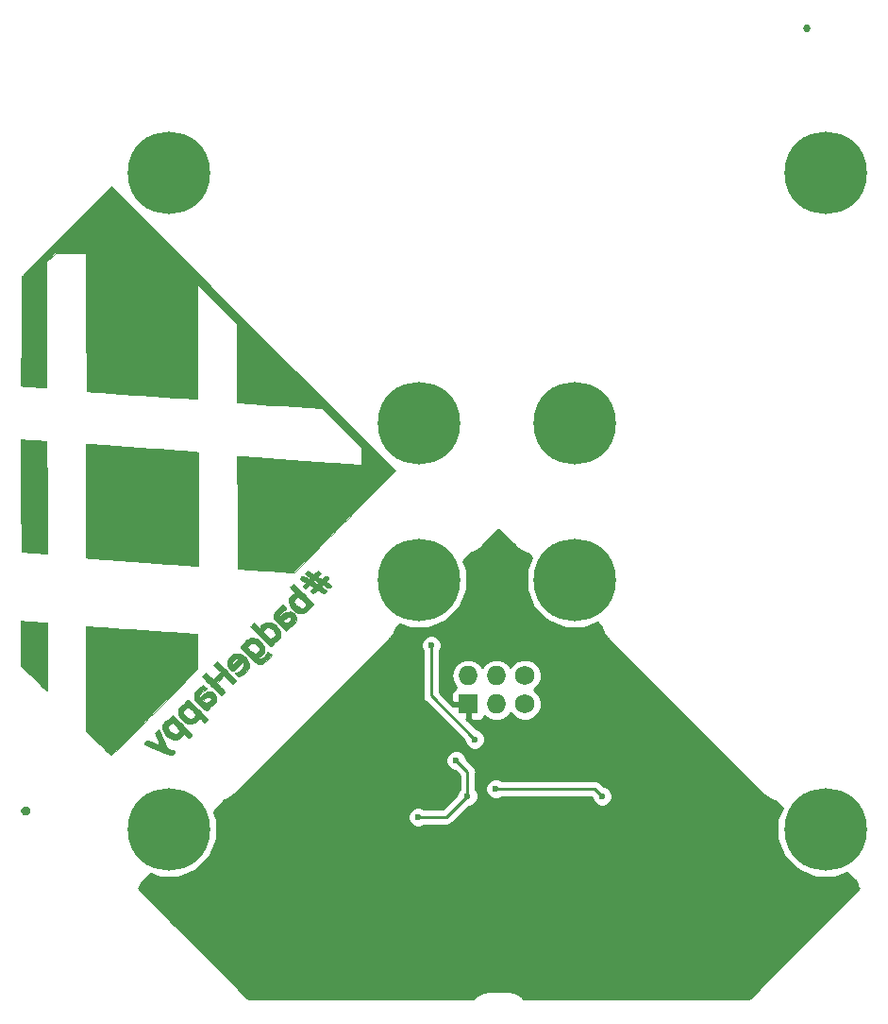
<source format=gbl>
G04 #@! TF.GenerationSoftware,KiCad,Pcbnew,(5.0.0)*
G04 #@! TF.CreationDate,2019-05-25T20:32:28-06:00*
G04 #@! TF.ProjectId,04-H+H_sao,30342D482B485F73616F2E6B69636164,rev?*
G04 #@! TF.SameCoordinates,Original*
G04 #@! TF.FileFunction,Copper,L2,Bot,Signal*
G04 #@! TF.FilePolarity,Positive*
%FSLAX46Y46*%
G04 Gerber Fmt 4.6, Leading zero omitted, Abs format (unit mm)*
G04 Created by KiCad (PCBNEW (5.0.0)) date 05/25/19 20:32:28*
%MOMM*%
%LPD*%
G01*
G04 APERTURE LIST*
G04 #@! TA.AperFunction,EtchedComponent*
%ADD10C,0.010000*%
G04 #@! TD*
G04 #@! TA.AperFunction,ComponentPad*
%ADD11C,7.400000*%
G04 #@! TD*
G04 #@! TA.AperFunction,ComponentPad*
%ADD12C,1.727200*%
G04 #@! TD*
G04 #@! TA.AperFunction,ComponentPad*
%ADD13O,1.727200X1.727200*%
G04 #@! TD*
G04 #@! TA.AperFunction,ComponentPad*
%ADD14R,1.727200X1.727200*%
G04 #@! TD*
G04 #@! TA.AperFunction,ComponentPad*
%ADD15C,0.694531*%
G04 #@! TD*
G04 #@! TA.AperFunction,ViaPad*
%ADD16C,0.600000*%
G04 #@! TD*
G04 #@! TA.AperFunction,Conductor*
%ADD17C,0.250000*%
G04 #@! TD*
G04 #@! TA.AperFunction,Conductor*
%ADD18C,0.254000*%
G04 #@! TD*
G04 APERTURE END LIST*
D10*
G04 #@! TO.C,G\002A\002A\002A*
G36*
X103977712Y-129270791D02*
X104096258Y-129363932D01*
X104169609Y-129494177D01*
X104189233Y-129641081D01*
X104146602Y-129784197D01*
X104084355Y-129862821D01*
X103944429Y-129941272D01*
X103782675Y-129953523D01*
X103629169Y-129900260D01*
X103566576Y-129850958D01*
X103478920Y-129712852D01*
X103461258Y-129562861D01*
X103505213Y-129421137D01*
X103602407Y-129307836D01*
X103744465Y-129243112D01*
X103822500Y-129235200D01*
X103977712Y-129270791D01*
X103977712Y-129270791D01*
G37*
X103977712Y-129270791D02*
X104096258Y-129363932D01*
X104169609Y-129494177D01*
X104189233Y-129641081D01*
X104146602Y-129784197D01*
X104084355Y-129862821D01*
X103944429Y-129941272D01*
X103782675Y-129953523D01*
X103629169Y-129900260D01*
X103566576Y-129850958D01*
X103478920Y-129712852D01*
X103461258Y-129562861D01*
X103505213Y-129421137D01*
X103602407Y-129307836D01*
X103744465Y-129243112D01*
X103822500Y-129235200D01*
X103977712Y-129270791D01*
G36*
X109526917Y-113086222D02*
X109603668Y-113092691D01*
X109756907Y-113104255D01*
X109980010Y-113120464D01*
X110266353Y-113140867D01*
X110609310Y-113165014D01*
X111002257Y-113192456D01*
X111438570Y-113222741D01*
X111911623Y-113255420D01*
X112414793Y-113290042D01*
X112941454Y-113326157D01*
X113484981Y-113363316D01*
X114038751Y-113401067D01*
X114596138Y-113438962D01*
X115150518Y-113476548D01*
X115695266Y-113513377D01*
X116223758Y-113548998D01*
X116729368Y-113582960D01*
X117205473Y-113614815D01*
X117645447Y-113644111D01*
X118042667Y-113670398D01*
X118390506Y-113693226D01*
X118682341Y-113712145D01*
X118911547Y-113726705D01*
X119071500Y-113736455D01*
X119155574Y-113740946D01*
X119164936Y-113741200D01*
X119295334Y-113741200D01*
X119295334Y-116895207D01*
X115432331Y-120758037D01*
X114956048Y-121233974D01*
X114496000Y-121693057D01*
X114055759Y-122131751D01*
X113638898Y-122546522D01*
X113248991Y-122933836D01*
X112889611Y-123290159D01*
X112564332Y-123611956D01*
X112276727Y-123895693D01*
X112030369Y-124137835D01*
X111828832Y-124334850D01*
X111675688Y-124483201D01*
X111574512Y-124579355D01*
X111528877Y-124619779D01*
X111526775Y-124620867D01*
X111488102Y-124591909D01*
X111396782Y-124509491D01*
X111259759Y-124380302D01*
X111083976Y-124211026D01*
X110876377Y-124008350D01*
X110643905Y-123778960D01*
X110394445Y-123530484D01*
X109304667Y-122440101D01*
X109304667Y-113063127D01*
X109526917Y-113086222D01*
X109526917Y-113086222D01*
G37*
X109526917Y-113086222D02*
X109603668Y-113092691D01*
X109756907Y-113104255D01*
X109980010Y-113120464D01*
X110266353Y-113140867D01*
X110609310Y-113165014D01*
X111002257Y-113192456D01*
X111438570Y-113222741D01*
X111911623Y-113255420D01*
X112414793Y-113290042D01*
X112941454Y-113326157D01*
X113484981Y-113363316D01*
X114038751Y-113401067D01*
X114596138Y-113438962D01*
X115150518Y-113476548D01*
X115695266Y-113513377D01*
X116223758Y-113548998D01*
X116729368Y-113582960D01*
X117205473Y-113614815D01*
X117645447Y-113644111D01*
X118042667Y-113670398D01*
X118390506Y-113693226D01*
X118682341Y-113712145D01*
X118911547Y-113726705D01*
X119071500Y-113736455D01*
X119155574Y-113740946D01*
X119164936Y-113741200D01*
X119295334Y-113741200D01*
X119295334Y-116895207D01*
X115432331Y-120758037D01*
X114956048Y-121233974D01*
X114496000Y-121693057D01*
X114055759Y-122131751D01*
X113638898Y-122546522D01*
X113248991Y-122933836D01*
X112889611Y-123290159D01*
X112564332Y-123611956D01*
X112276727Y-123895693D01*
X112030369Y-124137835D01*
X111828832Y-124334850D01*
X111675688Y-124483201D01*
X111574512Y-124579355D01*
X111528877Y-124619779D01*
X111526775Y-124620867D01*
X111488102Y-124591909D01*
X111396782Y-124509491D01*
X111259759Y-124380302D01*
X111083976Y-124211026D01*
X110876377Y-124008350D01*
X110643905Y-123778960D01*
X110394445Y-123530484D01*
X109304667Y-122440101D01*
X109304667Y-113063127D01*
X109526917Y-113086222D01*
G36*
X115812179Y-122306394D02*
X115838776Y-122350985D01*
X115891544Y-122462272D01*
X115965226Y-122628332D01*
X116054570Y-122837242D01*
X116154319Y-123077080D01*
X116186254Y-123155161D01*
X116522500Y-123980549D01*
X116892917Y-124119012D01*
X117093212Y-124200386D01*
X117214976Y-124265917D01*
X117262372Y-124317928D01*
X117263334Y-124325417D01*
X117229905Y-124407983D01*
X117148565Y-124501286D01*
X117047732Y-124579427D01*
X116955824Y-124616508D01*
X116943517Y-124616885D01*
X116884533Y-124600523D01*
X116757657Y-124556171D01*
X116573393Y-124487813D01*
X116342247Y-124399430D01*
X116074726Y-124295004D01*
X115781334Y-124178515D01*
X115686918Y-124140635D01*
X115315451Y-123989643D01*
X115019581Y-123865721D01*
X114795324Y-123767043D01*
X114638694Y-123691782D01*
X114545707Y-123638112D01*
X114512378Y-123604206D01*
X114512168Y-123602204D01*
X114543636Y-123525983D01*
X114620478Y-123433936D01*
X114715002Y-123353016D01*
X114799518Y-123310173D01*
X114813899Y-123308534D01*
X114878138Y-123323972D01*
X115000954Y-123365699D01*
X115163028Y-123426831D01*
X115298416Y-123481148D01*
X115481703Y-123556418D01*
X115643991Y-123622878D01*
X115764133Y-123671878D01*
X115812204Y-123691306D01*
X115906242Y-123728849D01*
X115819253Y-123508108D01*
X115755913Y-123350772D01*
X115677237Y-123159969D01*
X115608798Y-122997184D01*
X115548331Y-122845788D01*
X115504320Y-122717903D01*
X115485495Y-122639136D01*
X115485334Y-122635072D01*
X115512364Y-122567321D01*
X115579248Y-122478911D01*
X115664671Y-122391275D01*
X115747320Y-122325845D01*
X115805883Y-122304055D01*
X115812179Y-122306394D01*
X115812179Y-122306394D01*
G37*
X115812179Y-122306394D02*
X115838776Y-122350985D01*
X115891544Y-122462272D01*
X115965226Y-122628332D01*
X116054570Y-122837242D01*
X116154319Y-123077080D01*
X116186254Y-123155161D01*
X116522500Y-123980549D01*
X116892917Y-124119012D01*
X117093212Y-124200386D01*
X117214976Y-124265917D01*
X117262372Y-124317928D01*
X117263334Y-124325417D01*
X117229905Y-124407983D01*
X117148565Y-124501286D01*
X117047732Y-124579427D01*
X116955824Y-124616508D01*
X116943517Y-124616885D01*
X116884533Y-124600523D01*
X116757657Y-124556171D01*
X116573393Y-124487813D01*
X116342247Y-124399430D01*
X116074726Y-124295004D01*
X115781334Y-124178515D01*
X115686918Y-124140635D01*
X115315451Y-123989643D01*
X115019581Y-123865721D01*
X114795324Y-123767043D01*
X114638694Y-123691782D01*
X114545707Y-123638112D01*
X114512378Y-123604206D01*
X114512168Y-123602204D01*
X114543636Y-123525983D01*
X114620478Y-123433936D01*
X114715002Y-123353016D01*
X114799518Y-123310173D01*
X114813899Y-123308534D01*
X114878138Y-123323972D01*
X115000954Y-123365699D01*
X115163028Y-123426831D01*
X115298416Y-123481148D01*
X115481703Y-123556418D01*
X115643991Y-123622878D01*
X115764133Y-123671878D01*
X115812204Y-123691306D01*
X115906242Y-123728849D01*
X115819253Y-123508108D01*
X115755913Y-123350772D01*
X115677237Y-123159969D01*
X115608798Y-122997184D01*
X115548331Y-122845788D01*
X115504320Y-122717903D01*
X115485495Y-122639136D01*
X115485334Y-122635072D01*
X115512364Y-122567321D01*
X115579248Y-122478911D01*
X115664671Y-122391275D01*
X115747320Y-122325845D01*
X115805883Y-122304055D01*
X115812179Y-122306394D01*
G36*
X117097350Y-121094029D02*
X117194102Y-121175232D01*
X117330235Y-121299048D01*
X117496326Y-121456051D01*
X117682952Y-121636814D01*
X117880691Y-121831909D01*
X118080120Y-122031911D01*
X118271817Y-122227392D01*
X118446359Y-122408925D01*
X118594323Y-122567084D01*
X118706286Y-122692442D01*
X118772827Y-122775571D01*
X118787334Y-122803584D01*
X118755825Y-122878473D01*
X118679743Y-122970218D01*
X118586755Y-123051514D01*
X118504527Y-123095061D01*
X118490138Y-123096867D01*
X118431330Y-123068896D01*
X118335178Y-122995657D01*
X118225428Y-122895784D01*
X118116187Y-122791200D01*
X118049963Y-122739593D01*
X118010524Y-122733459D01*
X117981636Y-122765294D01*
X117973573Y-122779367D01*
X117819471Y-122975870D01*
X117614739Y-123118555D01*
X117378757Y-123200018D01*
X117130909Y-123212857D01*
X116945834Y-123171913D01*
X116705404Y-123047880D01*
X116479476Y-122859806D01*
X116316657Y-122663553D01*
X116177795Y-122408945D01*
X116126552Y-122188470D01*
X116616473Y-122188470D01*
X116628932Y-122231352D01*
X116721841Y-122396114D01*
X116861061Y-122548643D01*
X117024227Y-122670832D01*
X117188978Y-122744578D01*
X117279502Y-122758042D01*
X117399400Y-122726044D01*
X117528024Y-122623700D01*
X117544085Y-122607019D01*
X117627484Y-122508898D01*
X117678824Y-122429824D01*
X117686667Y-122404876D01*
X117658217Y-122355461D01*
X117581393Y-122262285D01*
X117468986Y-122140132D01*
X117373271Y-122042610D01*
X117059875Y-121731306D01*
X116899753Y-121810836D01*
X116724689Y-121924797D01*
X116629616Y-122051678D01*
X116616473Y-122188470D01*
X116126552Y-122188470D01*
X116122097Y-122169303D01*
X116149558Y-121944913D01*
X116260175Y-121736065D01*
X116327122Y-121657554D01*
X116453167Y-121547721D01*
X116578211Y-121475567D01*
X116621482Y-121462054D01*
X116722033Y-121422516D01*
X116755334Y-121368808D01*
X116786344Y-121289114D01*
X116861426Y-121193592D01*
X116953656Y-121110071D01*
X117036109Y-121066378D01*
X117049401Y-121064867D01*
X117097350Y-121094029D01*
X117097350Y-121094029D01*
G37*
X117097350Y-121094029D02*
X117194102Y-121175232D01*
X117330235Y-121299048D01*
X117496326Y-121456051D01*
X117682952Y-121636814D01*
X117880691Y-121831909D01*
X118080120Y-122031911D01*
X118271817Y-122227392D01*
X118446359Y-122408925D01*
X118594323Y-122567084D01*
X118706286Y-122692442D01*
X118772827Y-122775571D01*
X118787334Y-122803584D01*
X118755825Y-122878473D01*
X118679743Y-122970218D01*
X118586755Y-123051514D01*
X118504527Y-123095061D01*
X118490138Y-123096867D01*
X118431330Y-123068896D01*
X118335178Y-122995657D01*
X118225428Y-122895784D01*
X118116187Y-122791200D01*
X118049963Y-122739593D01*
X118010524Y-122733459D01*
X117981636Y-122765294D01*
X117973573Y-122779367D01*
X117819471Y-122975870D01*
X117614739Y-123118555D01*
X117378757Y-123200018D01*
X117130909Y-123212857D01*
X116945834Y-123171913D01*
X116705404Y-123047880D01*
X116479476Y-122859806D01*
X116316657Y-122663553D01*
X116177795Y-122408945D01*
X116126552Y-122188470D01*
X116616473Y-122188470D01*
X116628932Y-122231352D01*
X116721841Y-122396114D01*
X116861061Y-122548643D01*
X117024227Y-122670832D01*
X117188978Y-122744578D01*
X117279502Y-122758042D01*
X117399400Y-122726044D01*
X117528024Y-122623700D01*
X117544085Y-122607019D01*
X117627484Y-122508898D01*
X117678824Y-122429824D01*
X117686667Y-122404876D01*
X117658217Y-122355461D01*
X117581393Y-122262285D01*
X117468986Y-122140132D01*
X117373271Y-122042610D01*
X117059875Y-121731306D01*
X116899753Y-121810836D01*
X116724689Y-121924797D01*
X116629616Y-122051678D01*
X116616473Y-122188470D01*
X116126552Y-122188470D01*
X116122097Y-122169303D01*
X116149558Y-121944913D01*
X116260175Y-121736065D01*
X116327122Y-121657554D01*
X116453167Y-121547721D01*
X116578211Y-121475567D01*
X116621482Y-121462054D01*
X116722033Y-121422516D01*
X116755334Y-121368808D01*
X116786344Y-121289114D01*
X116861426Y-121193592D01*
X116953656Y-121110071D01*
X117036109Y-121066378D01*
X117049401Y-121064867D01*
X117097350Y-121094029D01*
G36*
X118494350Y-119697029D02*
X118591102Y-119778232D01*
X118727235Y-119902048D01*
X118893326Y-120059051D01*
X119079952Y-120239814D01*
X119277691Y-120434909D01*
X119477120Y-120634911D01*
X119668817Y-120830392D01*
X119843359Y-121011925D01*
X119991323Y-121170084D01*
X120103286Y-121295442D01*
X120169827Y-121378571D01*
X120184334Y-121406584D01*
X120155220Y-121474510D01*
X120085206Y-121563755D01*
X120000279Y-121646719D01*
X119926430Y-121695801D01*
X119908182Y-121699867D01*
X119861068Y-121672063D01*
X119773113Y-121598822D01*
X119662505Y-121495400D01*
X119651565Y-121484644D01*
X119433635Y-121269420D01*
X119338104Y-121423993D01*
X119176331Y-121610281D01*
X118966619Y-121740256D01*
X118729092Y-121806938D01*
X118483873Y-121803346D01*
X118348596Y-121767261D01*
X118094315Y-121638076D01*
X117875320Y-121459577D01*
X117701162Y-121246006D01*
X117581388Y-121011604D01*
X117525547Y-120770614D01*
X117528157Y-120726659D01*
X117998410Y-120726659D01*
X118001912Y-120756757D01*
X118023299Y-120834687D01*
X118025334Y-120855189D01*
X118054609Y-120916261D01*
X118129395Y-121010674D01*
X118230132Y-121117599D01*
X118337261Y-121216207D01*
X118427499Y-121283433D01*
X118604854Y-121352690D01*
X118771501Y-121338316D01*
X118888304Y-121272796D01*
X118988588Y-121172331D01*
X119060811Y-121068134D01*
X119085478Y-121013763D01*
X119088821Y-120966197D01*
X119062124Y-120910649D01*
X118996673Y-120832331D01*
X118883753Y-120716456D01*
X118810681Y-120643699D01*
X118500432Y-120335521D01*
X118348935Y-120385520D01*
X118229520Y-120446134D01*
X118118474Y-120536909D01*
X118035028Y-120637275D01*
X117998410Y-120726659D01*
X117528157Y-120726659D01*
X117538143Y-120558492D01*
X117597887Y-120423727D01*
X117706792Y-120282044D01*
X117840363Y-120158606D01*
X117974106Y-120078576D01*
X118018482Y-120065054D01*
X118119033Y-120025516D01*
X118152334Y-119971808D01*
X118183344Y-119892114D01*
X118258426Y-119796592D01*
X118350656Y-119713071D01*
X118433109Y-119669378D01*
X118446401Y-119667867D01*
X118494350Y-119697029D01*
X118494350Y-119697029D01*
G37*
X118494350Y-119697029D02*
X118591102Y-119778232D01*
X118727235Y-119902048D01*
X118893326Y-120059051D01*
X119079952Y-120239814D01*
X119277691Y-120434909D01*
X119477120Y-120634911D01*
X119668817Y-120830392D01*
X119843359Y-121011925D01*
X119991323Y-121170084D01*
X120103286Y-121295442D01*
X120169827Y-121378571D01*
X120184334Y-121406584D01*
X120155220Y-121474510D01*
X120085206Y-121563755D01*
X120000279Y-121646719D01*
X119926430Y-121695801D01*
X119908182Y-121699867D01*
X119861068Y-121672063D01*
X119773113Y-121598822D01*
X119662505Y-121495400D01*
X119651565Y-121484644D01*
X119433635Y-121269420D01*
X119338104Y-121423993D01*
X119176331Y-121610281D01*
X118966619Y-121740256D01*
X118729092Y-121806938D01*
X118483873Y-121803346D01*
X118348596Y-121767261D01*
X118094315Y-121638076D01*
X117875320Y-121459577D01*
X117701162Y-121246006D01*
X117581388Y-121011604D01*
X117525547Y-120770614D01*
X117528157Y-120726659D01*
X117998410Y-120726659D01*
X118001912Y-120756757D01*
X118023299Y-120834687D01*
X118025334Y-120855189D01*
X118054609Y-120916261D01*
X118129395Y-121010674D01*
X118230132Y-121117599D01*
X118337261Y-121216207D01*
X118427499Y-121283433D01*
X118604854Y-121352690D01*
X118771501Y-121338316D01*
X118888304Y-121272796D01*
X118988588Y-121172331D01*
X119060811Y-121068134D01*
X119085478Y-121013763D01*
X119088821Y-120966197D01*
X119062124Y-120910649D01*
X118996673Y-120832331D01*
X118883753Y-120716456D01*
X118810681Y-120643699D01*
X118500432Y-120335521D01*
X118348935Y-120385520D01*
X118229520Y-120446134D01*
X118118474Y-120536909D01*
X118035028Y-120637275D01*
X117998410Y-120726659D01*
X117528157Y-120726659D01*
X117538143Y-120558492D01*
X117597887Y-120423727D01*
X117706792Y-120282044D01*
X117840363Y-120158606D01*
X117974106Y-120078576D01*
X118018482Y-120065054D01*
X118119033Y-120025516D01*
X118152334Y-119971808D01*
X118183344Y-119892114D01*
X118258426Y-119796592D01*
X118350656Y-119713071D01*
X118433109Y-119669378D01*
X118446401Y-119667867D01*
X118494350Y-119697029D01*
G36*
X119831940Y-118383266D02*
X119915465Y-118450922D01*
X120004378Y-118535188D01*
X120073963Y-118612751D01*
X120099667Y-118658448D01*
X120066389Y-118690732D01*
X119978883Y-118753226D01*
X119855639Y-118832777D01*
X119847673Y-118837705D01*
X119626182Y-118993802D01*
X119486155Y-119139112D01*
X119425424Y-119276059D01*
X119422334Y-119313743D01*
X119431449Y-119390604D01*
X119447587Y-119413867D01*
X119490361Y-119388042D01*
X119575647Y-119321033D01*
X119662965Y-119246514D01*
X119916042Y-119058433D01*
X120157752Y-118946713D01*
X120382963Y-118911337D01*
X120586546Y-118952290D01*
X120763368Y-119069555D01*
X120901135Y-119250297D01*
X120974050Y-119451293D01*
X120980037Y-119661507D01*
X120927329Y-119833018D01*
X120834421Y-119963867D01*
X120702872Y-120091997D01*
X120560465Y-120193974D01*
X120437985Y-120245787D01*
X120351135Y-120280138D01*
X120341119Y-120331228D01*
X120328404Y-120399062D01*
X120268407Y-120488667D01*
X120184174Y-120574673D01*
X120098749Y-120631706D01*
X120059275Y-120641534D01*
X120007433Y-120612659D01*
X119909247Y-120533135D01*
X119776776Y-120413610D01*
X119622078Y-120264733D01*
X119543938Y-120186450D01*
X119380580Y-120018446D01*
X119234038Y-119863600D01*
X119116937Y-119735563D01*
X119102273Y-119718446D01*
X119753059Y-119718446D01*
X119869871Y-119840371D01*
X119979024Y-119922736D01*
X120094580Y-119937322D01*
X120231888Y-119883154D01*
X120340222Y-119810504D01*
X120465593Y-119688888D01*
X120508038Y-119573201D01*
X120466991Y-119465173D01*
X120456755Y-119453166D01*
X120361736Y-119386224D01*
X120248482Y-119384229D01*
X120106574Y-119449157D01*
X119972498Y-119544990D01*
X119753059Y-119718446D01*
X119102273Y-119718446D01*
X119041906Y-119647982D01*
X119026077Y-119626697D01*
X118963042Y-119460119D01*
X118961775Y-119261188D01*
X119020374Y-119053363D01*
X119082022Y-118936445D01*
X119164992Y-118830986D01*
X119285099Y-118708612D01*
X119423981Y-118584640D01*
X119563275Y-118474385D01*
X119684615Y-118393165D01*
X119769640Y-118356294D01*
X119778519Y-118355534D01*
X119831940Y-118383266D01*
X119831940Y-118383266D01*
G37*
X119831940Y-118383266D02*
X119915465Y-118450922D01*
X120004378Y-118535188D01*
X120073963Y-118612751D01*
X120099667Y-118658448D01*
X120066389Y-118690732D01*
X119978883Y-118753226D01*
X119855639Y-118832777D01*
X119847673Y-118837705D01*
X119626182Y-118993802D01*
X119486155Y-119139112D01*
X119425424Y-119276059D01*
X119422334Y-119313743D01*
X119431449Y-119390604D01*
X119447587Y-119413867D01*
X119490361Y-119388042D01*
X119575647Y-119321033D01*
X119662965Y-119246514D01*
X119916042Y-119058433D01*
X120157752Y-118946713D01*
X120382963Y-118911337D01*
X120586546Y-118952290D01*
X120763368Y-119069555D01*
X120901135Y-119250297D01*
X120974050Y-119451293D01*
X120980037Y-119661507D01*
X120927329Y-119833018D01*
X120834421Y-119963867D01*
X120702872Y-120091997D01*
X120560465Y-120193974D01*
X120437985Y-120245787D01*
X120351135Y-120280138D01*
X120341119Y-120331228D01*
X120328404Y-120399062D01*
X120268407Y-120488667D01*
X120184174Y-120574673D01*
X120098749Y-120631706D01*
X120059275Y-120641534D01*
X120007433Y-120612659D01*
X119909247Y-120533135D01*
X119776776Y-120413610D01*
X119622078Y-120264733D01*
X119543938Y-120186450D01*
X119380580Y-120018446D01*
X119234038Y-119863600D01*
X119116937Y-119735563D01*
X119102273Y-119718446D01*
X119753059Y-119718446D01*
X119869871Y-119840371D01*
X119979024Y-119922736D01*
X120094580Y-119937322D01*
X120231888Y-119883154D01*
X120340222Y-119810504D01*
X120465593Y-119688888D01*
X120508038Y-119573201D01*
X120466991Y-119465173D01*
X120456755Y-119453166D01*
X120361736Y-119386224D01*
X120248482Y-119384229D01*
X120106574Y-119449157D01*
X119972498Y-119544990D01*
X119753059Y-119718446D01*
X119102273Y-119718446D01*
X119041906Y-119647982D01*
X119026077Y-119626697D01*
X118963042Y-119460119D01*
X118961775Y-119261188D01*
X119020374Y-119053363D01*
X119082022Y-118936445D01*
X119164992Y-118830986D01*
X119285099Y-118708612D01*
X119423981Y-118584640D01*
X119563275Y-118474385D01*
X119684615Y-118393165D01*
X119769640Y-118356294D01*
X119778519Y-118355534D01*
X119831940Y-118383266D01*
G36*
X121077940Y-116267734D02*
X121171561Y-116348105D01*
X121305148Y-116470634D01*
X121469273Y-116625976D01*
X121654504Y-116804786D01*
X121851415Y-116997717D01*
X122050574Y-117195425D01*
X122242553Y-117388564D01*
X122417922Y-117567788D01*
X122567252Y-117723753D01*
X122681114Y-117847112D01*
X122750079Y-117928520D01*
X122766667Y-117956417D01*
X122735447Y-118019312D01*
X122660296Y-118101875D01*
X122568978Y-118178739D01*
X122489256Y-118224537D01*
X122468855Y-118228534D01*
X122417093Y-118200069D01*
X122320076Y-118122462D01*
X122191448Y-118007395D01*
X122044850Y-117866548D01*
X122037310Y-117859055D01*
X121666111Y-117489576D01*
X120990293Y-118161430D01*
X121370480Y-118549113D01*
X121513288Y-118696606D01*
X121631619Y-118822382D01*
X121714271Y-118914266D01*
X121750038Y-118960086D01*
X121750667Y-118962191D01*
X121722599Y-119015497D01*
X121653967Y-119098947D01*
X121568129Y-119188209D01*
X121488445Y-119258953D01*
X121438968Y-119286867D01*
X121397405Y-119258000D01*
X121304497Y-119176507D01*
X121168345Y-119050050D01*
X120997053Y-118886288D01*
X120798722Y-118692883D01*
X120581453Y-118477496D01*
X120554353Y-118450396D01*
X120336872Y-118230609D01*
X120140468Y-118028089D01*
X119972813Y-117851073D01*
X119841581Y-117707799D01*
X119754442Y-117606503D01*
X119719069Y-117555424D01*
X119718667Y-117553129D01*
X119749657Y-117476888D01*
X119824511Y-117383607D01*
X119916049Y-117300982D01*
X119997093Y-117256712D01*
X120011342Y-117254867D01*
X120067662Y-117283247D01*
X120166422Y-117359625D01*
X120291496Y-117470852D01*
X120374832Y-117551199D01*
X120673155Y-117847531D01*
X121346447Y-117170267D01*
X121040557Y-116862321D01*
X120912674Y-116729525D01*
X120811040Y-116616271D01*
X120748433Y-116537259D01*
X120734667Y-116510375D01*
X120765970Y-116447528D01*
X120841346Y-116365168D01*
X120932995Y-116288535D01*
X121013118Y-116242867D01*
X121033714Y-116238867D01*
X121077940Y-116267734D01*
X121077940Y-116267734D01*
G37*
X121077940Y-116267734D02*
X121171561Y-116348105D01*
X121305148Y-116470634D01*
X121469273Y-116625976D01*
X121654504Y-116804786D01*
X121851415Y-116997717D01*
X122050574Y-117195425D01*
X122242553Y-117388564D01*
X122417922Y-117567788D01*
X122567252Y-117723753D01*
X122681114Y-117847112D01*
X122750079Y-117928520D01*
X122766667Y-117956417D01*
X122735447Y-118019312D01*
X122660296Y-118101875D01*
X122568978Y-118178739D01*
X122489256Y-118224537D01*
X122468855Y-118228534D01*
X122417093Y-118200069D01*
X122320076Y-118122462D01*
X122191448Y-118007395D01*
X122044850Y-117866548D01*
X122037310Y-117859055D01*
X121666111Y-117489576D01*
X120990293Y-118161430D01*
X121370480Y-118549113D01*
X121513288Y-118696606D01*
X121631619Y-118822382D01*
X121714271Y-118914266D01*
X121750038Y-118960086D01*
X121750667Y-118962191D01*
X121722599Y-119015497D01*
X121653967Y-119098947D01*
X121568129Y-119188209D01*
X121488445Y-119258953D01*
X121438968Y-119286867D01*
X121397405Y-119258000D01*
X121304497Y-119176507D01*
X121168345Y-119050050D01*
X120997053Y-118886288D01*
X120798722Y-118692883D01*
X120581453Y-118477496D01*
X120554353Y-118450396D01*
X120336872Y-118230609D01*
X120140468Y-118028089D01*
X119972813Y-117851073D01*
X119841581Y-117707799D01*
X119754442Y-117606503D01*
X119719069Y-117555424D01*
X119718667Y-117553129D01*
X119749657Y-117476888D01*
X119824511Y-117383607D01*
X119916049Y-117300982D01*
X119997093Y-117256712D01*
X120011342Y-117254867D01*
X120067662Y-117283247D01*
X120166422Y-117359625D01*
X120291496Y-117470852D01*
X120374832Y-117551199D01*
X120673155Y-117847531D01*
X121346447Y-117170267D01*
X121040557Y-116862321D01*
X120912674Y-116729525D01*
X120811040Y-116616271D01*
X120748433Y-116537259D01*
X120734667Y-116510375D01*
X120765970Y-116447528D01*
X120841346Y-116365168D01*
X120932995Y-116288535D01*
X121013118Y-116242867D01*
X121033714Y-116238867D01*
X121077940Y-116267734D01*
G36*
X103631450Y-112601397D02*
X103780077Y-112610219D01*
X103981781Y-112623512D01*
X104220902Y-112640123D01*
X104481781Y-112658897D01*
X104748758Y-112678682D01*
X105006176Y-112698323D01*
X105238374Y-112716667D01*
X105429693Y-112732560D01*
X105564474Y-112744848D01*
X105611084Y-112749934D01*
X105791000Y-112772721D01*
X105791000Y-115818127D01*
X105790570Y-116317487D01*
X105789328Y-116791340D01*
X105787342Y-117233005D01*
X105784682Y-117635802D01*
X105781418Y-117993048D01*
X105777620Y-118298064D01*
X105773357Y-118544168D01*
X105768699Y-118724679D01*
X105763716Y-118832917D01*
X105759250Y-118863105D01*
X105723139Y-118834116D01*
X105633997Y-118751711D01*
X105498571Y-118622434D01*
X105323607Y-118452829D01*
X105115850Y-118249441D01*
X104882047Y-118018813D01*
X104628943Y-117767489D01*
X104595084Y-117733748D01*
X103462667Y-116604819D01*
X103462667Y-112598200D01*
X103551559Y-112598200D01*
X103631450Y-112601397D01*
X103631450Y-112601397D01*
G37*
X103631450Y-112601397D02*
X103780077Y-112610219D01*
X103981781Y-112623512D01*
X104220902Y-112640123D01*
X104481781Y-112658897D01*
X104748758Y-112678682D01*
X105006176Y-112698323D01*
X105238374Y-112716667D01*
X105429693Y-112732560D01*
X105564474Y-112744848D01*
X105611084Y-112749934D01*
X105791000Y-112772721D01*
X105791000Y-115818127D01*
X105790570Y-116317487D01*
X105789328Y-116791340D01*
X105787342Y-117233005D01*
X105784682Y-117635802D01*
X105781418Y-117993048D01*
X105777620Y-118298064D01*
X105773357Y-118544168D01*
X105768699Y-118724679D01*
X105763716Y-118832917D01*
X105759250Y-118863105D01*
X105723139Y-118834116D01*
X105633997Y-118751711D01*
X105498571Y-118622434D01*
X105323607Y-118452829D01*
X105115850Y-118249441D01*
X104882047Y-118018813D01*
X104628943Y-117767489D01*
X104595084Y-117733748D01*
X103462667Y-116604819D01*
X103462667Y-112598200D01*
X103551559Y-112598200D01*
X103631450Y-112601397D01*
G36*
X123092082Y-115534985D02*
X123311942Y-115628165D01*
X123523183Y-115792972D01*
X123624421Y-115897932D01*
X123782964Y-116120693D01*
X123876641Y-116356738D01*
X123899337Y-116588143D01*
X123888124Y-116670915D01*
X123797479Y-116916377D01*
X123637665Y-117151545D01*
X123423811Y-117358253D01*
X123190510Y-117508607D01*
X123052921Y-117571226D01*
X122956884Y-117584660D01*
X122872381Y-117544957D01*
X122774971Y-117453935D01*
X122676262Y-117338423D01*
X122646700Y-117260705D01*
X122685577Y-117210733D01*
X122756084Y-117186166D01*
X122975623Y-117105234D01*
X123172230Y-116980930D01*
X123326549Y-116829087D01*
X123419219Y-116665537D01*
X123427641Y-116636949D01*
X123430240Y-116545901D01*
X123408831Y-116435509D01*
X123372899Y-116337591D01*
X123331927Y-116283963D01*
X123321612Y-116281200D01*
X123283252Y-116309576D01*
X123197415Y-116387308D01*
X123075905Y-116503304D01*
X122930527Y-116646469D01*
X122893667Y-116683367D01*
X122740357Y-116832204D01*
X122602989Y-116956148D01*
X122494817Y-117043902D01*
X122429094Y-117084168D01*
X122421851Y-117085534D01*
X122345896Y-117051736D01*
X122247482Y-116964467D01*
X122144081Y-116844916D01*
X122053167Y-116714269D01*
X121992213Y-116593714D01*
X121979310Y-116548917D01*
X121969278Y-116371367D01*
X122401578Y-116371367D01*
X122422650Y-116457894D01*
X122461882Y-116492867D01*
X122504495Y-116464712D01*
X122589922Y-116389712D01*
X122702306Y-116282062D01*
X122744405Y-116239974D01*
X122854853Y-116121886D01*
X122932955Y-116025695D01*
X122966575Y-115966903D01*
X122965329Y-115957752D01*
X122874743Y-115921304D01*
X122750374Y-115936528D01*
X122616672Y-115993628D01*
X122498082Y-116082810D01*
X122429596Y-116172385D01*
X122402812Y-116265465D01*
X122401578Y-116371367D01*
X121969278Y-116371367D01*
X121964750Y-116291253D01*
X122015517Y-116053064D01*
X122120024Y-115865288D01*
X122326348Y-115669999D01*
X122568490Y-115548617D01*
X122837676Y-115505480D01*
X122847791Y-115505441D01*
X123092082Y-115534985D01*
X123092082Y-115534985D01*
G37*
X123092082Y-115534985D02*
X123311942Y-115628165D01*
X123523183Y-115792972D01*
X123624421Y-115897932D01*
X123782964Y-116120693D01*
X123876641Y-116356738D01*
X123899337Y-116588143D01*
X123888124Y-116670915D01*
X123797479Y-116916377D01*
X123637665Y-117151545D01*
X123423811Y-117358253D01*
X123190510Y-117508607D01*
X123052921Y-117571226D01*
X122956884Y-117584660D01*
X122872381Y-117544957D01*
X122774971Y-117453935D01*
X122676262Y-117338423D01*
X122646700Y-117260705D01*
X122685577Y-117210733D01*
X122756084Y-117186166D01*
X122975623Y-117105234D01*
X123172230Y-116980930D01*
X123326549Y-116829087D01*
X123419219Y-116665537D01*
X123427641Y-116636949D01*
X123430240Y-116545901D01*
X123408831Y-116435509D01*
X123372899Y-116337591D01*
X123331927Y-116283963D01*
X123321612Y-116281200D01*
X123283252Y-116309576D01*
X123197415Y-116387308D01*
X123075905Y-116503304D01*
X122930527Y-116646469D01*
X122893667Y-116683367D01*
X122740357Y-116832204D01*
X122602989Y-116956148D01*
X122494817Y-117043902D01*
X122429094Y-117084168D01*
X122421851Y-117085534D01*
X122345896Y-117051736D01*
X122247482Y-116964467D01*
X122144081Y-116844916D01*
X122053167Y-116714269D01*
X121992213Y-116593714D01*
X121979310Y-116548917D01*
X121969278Y-116371367D01*
X122401578Y-116371367D01*
X122422650Y-116457894D01*
X122461882Y-116492867D01*
X122504495Y-116464712D01*
X122589922Y-116389712D01*
X122702306Y-116282062D01*
X122744405Y-116239974D01*
X122854853Y-116121886D01*
X122932955Y-116025695D01*
X122966575Y-115966903D01*
X122965329Y-115957752D01*
X122874743Y-115921304D01*
X122750374Y-115936528D01*
X122616672Y-115993628D01*
X122498082Y-116082810D01*
X122429596Y-116172385D01*
X122402812Y-116265465D01*
X122401578Y-116371367D01*
X121969278Y-116371367D01*
X121964750Y-116291253D01*
X122015517Y-116053064D01*
X122120024Y-115865288D01*
X122326348Y-115669999D01*
X122568490Y-115548617D01*
X122837676Y-115505480D01*
X122847791Y-115505441D01*
X123092082Y-115534985D01*
G36*
X124486687Y-114130548D02*
X124655265Y-114196089D01*
X124861800Y-114338306D01*
X125043990Y-114527068D01*
X125187864Y-114742036D01*
X125279451Y-114962869D01*
X125305737Y-115143112D01*
X125266511Y-115329960D01*
X125164241Y-115517659D01*
X125017102Y-115683137D01*
X124843268Y-115803323D01*
X124759003Y-115837151D01*
X124688190Y-115863946D01*
X124692700Y-115893158D01*
X124735344Y-115926731D01*
X124873236Y-115983461D01*
X125019556Y-115957124D01*
X125175935Y-115847364D01*
X125197926Y-115826117D01*
X125310039Y-115698770D01*
X125408351Y-115561262D01*
X125438675Y-115508617D01*
X125501007Y-115410070D01*
X125559106Y-115354444D01*
X125574389Y-115349867D01*
X125633868Y-115378257D01*
X125723254Y-115450328D01*
X125771592Y-115497269D01*
X125914460Y-115644671D01*
X125755160Y-115875967D01*
X125536114Y-116138402D01*
X125291338Y-116324254D01*
X125159843Y-116389201D01*
X124971012Y-116442204D01*
X124786862Y-116432259D01*
X124587887Y-116362666D01*
X124502561Y-116308483D01*
X124375748Y-116208236D01*
X124218252Y-116072395D01*
X124040875Y-115911429D01*
X123854420Y-115735806D01*
X123669688Y-115555995D01*
X123497483Y-115382466D01*
X123348606Y-115225687D01*
X123233861Y-115096127D01*
X123164049Y-115004255D01*
X123147667Y-114966914D01*
X123156345Y-114946851D01*
X123741600Y-114946851D01*
X124025581Y-115233026D01*
X124188554Y-115388581D01*
X124314296Y-115480790D01*
X124418305Y-115512552D01*
X124516074Y-115486767D01*
X124623100Y-115406334D01*
X124676647Y-115354847D01*
X124768393Y-115252449D01*
X124828050Y-115165423D01*
X124841000Y-115128366D01*
X124812095Y-115042612D01*
X124737766Y-114925055D01*
X124636594Y-114799315D01*
X124527162Y-114689013D01*
X124448137Y-114628958D01*
X124266005Y-114555997D01*
X124097588Y-114566270D01*
X123945047Y-114659134D01*
X123822006Y-114814633D01*
X123741600Y-114946851D01*
X123156345Y-114946851D01*
X123176716Y-114899762D01*
X123250859Y-114804785D01*
X123306417Y-114747948D01*
X123415965Y-114631899D01*
X123508450Y-114512672D01*
X123535520Y-114469050D01*
X123614009Y-114367647D01*
X123730848Y-114260882D01*
X123786428Y-114220520D01*
X123997983Y-114127716D01*
X124240404Y-114097473D01*
X124486687Y-114130548D01*
X124486687Y-114130548D01*
G37*
X124486687Y-114130548D02*
X124655265Y-114196089D01*
X124861800Y-114338306D01*
X125043990Y-114527068D01*
X125187864Y-114742036D01*
X125279451Y-114962869D01*
X125305737Y-115143112D01*
X125266511Y-115329960D01*
X125164241Y-115517659D01*
X125017102Y-115683137D01*
X124843268Y-115803323D01*
X124759003Y-115837151D01*
X124688190Y-115863946D01*
X124692700Y-115893158D01*
X124735344Y-115926731D01*
X124873236Y-115983461D01*
X125019556Y-115957124D01*
X125175935Y-115847364D01*
X125197926Y-115826117D01*
X125310039Y-115698770D01*
X125408351Y-115561262D01*
X125438675Y-115508617D01*
X125501007Y-115410070D01*
X125559106Y-115354444D01*
X125574389Y-115349867D01*
X125633868Y-115378257D01*
X125723254Y-115450328D01*
X125771592Y-115497269D01*
X125914460Y-115644671D01*
X125755160Y-115875967D01*
X125536114Y-116138402D01*
X125291338Y-116324254D01*
X125159843Y-116389201D01*
X124971012Y-116442204D01*
X124786862Y-116432259D01*
X124587887Y-116362666D01*
X124502561Y-116308483D01*
X124375748Y-116208236D01*
X124218252Y-116072395D01*
X124040875Y-115911429D01*
X123854420Y-115735806D01*
X123669688Y-115555995D01*
X123497483Y-115382466D01*
X123348606Y-115225687D01*
X123233861Y-115096127D01*
X123164049Y-115004255D01*
X123147667Y-114966914D01*
X123156345Y-114946851D01*
X123741600Y-114946851D01*
X124025581Y-115233026D01*
X124188554Y-115388581D01*
X124314296Y-115480790D01*
X124418305Y-115512552D01*
X124516074Y-115486767D01*
X124623100Y-115406334D01*
X124676647Y-115354847D01*
X124768393Y-115252449D01*
X124828050Y-115165423D01*
X124841000Y-115128366D01*
X124812095Y-115042612D01*
X124737766Y-114925055D01*
X124636594Y-114799315D01*
X124527162Y-114689013D01*
X124448137Y-114628958D01*
X124266005Y-114555997D01*
X124097588Y-114566270D01*
X123945047Y-114659134D01*
X123822006Y-114814633D01*
X123741600Y-114946851D01*
X123156345Y-114946851D01*
X123176716Y-114899762D01*
X123250859Y-114804785D01*
X123306417Y-114747948D01*
X123415965Y-114631899D01*
X123508450Y-114512672D01*
X123535520Y-114469050D01*
X123614009Y-114367647D01*
X123730848Y-114260882D01*
X123786428Y-114220520D01*
X123997983Y-114127716D01*
X124240404Y-114097473D01*
X124486687Y-114130548D01*
G36*
X125970884Y-112766008D02*
X126061968Y-112807495D01*
X126257078Y-112940097D01*
X126437313Y-113119874D01*
X126588162Y-113326373D01*
X126695114Y-113539145D01*
X126743657Y-113737738D01*
X126745070Y-113770194D01*
X126707746Y-113984671D01*
X126603786Y-114186505D01*
X126449619Y-114352617D01*
X126261675Y-114459928D01*
X126251635Y-114463352D01*
X126146378Y-114518850D01*
X126111000Y-114583230D01*
X126081898Y-114655566D01*
X126011704Y-114747798D01*
X125926089Y-114832120D01*
X125850720Y-114880729D01*
X125833139Y-114884200D01*
X125794054Y-114855343D01*
X125703230Y-114773743D01*
X125568460Y-114646860D01*
X125397540Y-114482150D01*
X125198265Y-114287072D01*
X124978428Y-114069085D01*
X124914705Y-114005414D01*
X124691811Y-113780876D01*
X124489747Y-113574530D01*
X124466418Y-113550323D01*
X125138937Y-113550323D01*
X125443992Y-113857428D01*
X125577380Y-113986277D01*
X125693496Y-114088515D01*
X125776990Y-114151166D01*
X125807210Y-114164534D01*
X125881674Y-114147302D01*
X125990568Y-114104832D01*
X126012523Y-114094706D01*
X126172215Y-113991561D01*
X126251258Y-113870061D01*
X126249973Y-113727210D01*
X126168681Y-113560012D01*
X126081797Y-113446952D01*
X125896193Y-113267057D01*
X125719483Y-113171085D01*
X125552128Y-113159048D01*
X125394586Y-113230958D01*
X125247317Y-113386827D01*
X125221223Y-113424884D01*
X125138937Y-113550323D01*
X124466418Y-113550323D01*
X124315970Y-113394215D01*
X124177939Y-113247770D01*
X124083110Y-113143035D01*
X124038941Y-113087850D01*
X124036667Y-113082385D01*
X124064862Y-113029211D01*
X124136555Y-112943787D01*
X124185320Y-112894062D01*
X124333974Y-112749981D01*
X124833228Y-113244025D01*
X124899094Y-113116655D01*
X125044194Y-112921809D01*
X125239092Y-112785288D01*
X125468619Y-112711126D01*
X125717606Y-112703355D01*
X125970884Y-112766008D01*
X125970884Y-112766008D01*
G37*
X125970884Y-112766008D02*
X126061968Y-112807495D01*
X126257078Y-112940097D01*
X126437313Y-113119874D01*
X126588162Y-113326373D01*
X126695114Y-113539145D01*
X126743657Y-113737738D01*
X126745070Y-113770194D01*
X126707746Y-113984671D01*
X126603786Y-114186505D01*
X126449619Y-114352617D01*
X126261675Y-114459928D01*
X126251635Y-114463352D01*
X126146378Y-114518850D01*
X126111000Y-114583230D01*
X126081898Y-114655566D01*
X126011704Y-114747798D01*
X125926089Y-114832120D01*
X125850720Y-114880729D01*
X125833139Y-114884200D01*
X125794054Y-114855343D01*
X125703230Y-114773743D01*
X125568460Y-114646860D01*
X125397540Y-114482150D01*
X125198265Y-114287072D01*
X124978428Y-114069085D01*
X124914705Y-114005414D01*
X124691811Y-113780876D01*
X124489747Y-113574530D01*
X124466418Y-113550323D01*
X125138937Y-113550323D01*
X125443992Y-113857428D01*
X125577380Y-113986277D01*
X125693496Y-114088515D01*
X125776990Y-114151166D01*
X125807210Y-114164534D01*
X125881674Y-114147302D01*
X125990568Y-114104832D01*
X126012523Y-114094706D01*
X126172215Y-113991561D01*
X126251258Y-113870061D01*
X126249973Y-113727210D01*
X126168681Y-113560012D01*
X126081797Y-113446952D01*
X125896193Y-113267057D01*
X125719483Y-113171085D01*
X125552128Y-113159048D01*
X125394586Y-113230958D01*
X125247317Y-113386827D01*
X125221223Y-113424884D01*
X125138937Y-113550323D01*
X124466418Y-113550323D01*
X124315970Y-113394215D01*
X124177939Y-113247770D01*
X124083110Y-113143035D01*
X124038941Y-113087850D01*
X124036667Y-113082385D01*
X124064862Y-113029211D01*
X124136555Y-112943787D01*
X124185320Y-112894062D01*
X124333974Y-112749981D01*
X124833228Y-113244025D01*
X124899094Y-113116655D01*
X125044194Y-112921809D01*
X125239092Y-112785288D01*
X125468619Y-112711126D01*
X125717606Y-112703355D01*
X125970884Y-112766008D01*
G36*
X127105722Y-111285759D02*
X127192632Y-111379769D01*
X127245991Y-111456319D01*
X127254000Y-111480630D01*
X127219763Y-111526747D01*
X127130655Y-111595556D01*
X127024465Y-111661326D01*
X126845194Y-111781592D01*
X126705765Y-111912638D01*
X126617780Y-112040543D01*
X126592842Y-112151385D01*
X126597465Y-112173706D01*
X126617330Y-112217246D01*
X126649398Y-112222586D01*
X126710017Y-112183424D01*
X126815541Y-112093459D01*
X126823206Y-112086706D01*
X127043149Y-111914046D01*
X127242601Y-111807330D01*
X127440753Y-111757709D01*
X127550286Y-111751534D01*
X127687302Y-111759060D01*
X127786966Y-111792359D01*
X127888262Y-111867510D01*
X127935183Y-111910284D01*
X128084500Y-112099458D01*
X128154498Y-112305618D01*
X128145342Y-112516581D01*
X128057197Y-112720162D01*
X127922107Y-112876666D01*
X127800526Y-112973604D01*
X127680696Y-113049048D01*
X127630833Y-113071663D01*
X127540085Y-113125443D01*
X127508000Y-113187088D01*
X127478500Y-113260120D01*
X127407333Y-113352481D01*
X127320500Y-113436399D01*
X127244001Y-113484103D01*
X127227028Y-113487200D01*
X127184495Y-113458337D01*
X127093770Y-113378330D01*
X126965357Y-113257055D01*
X126809762Y-113104385D01*
X126671685Y-112965171D01*
X126462009Y-112747258D01*
X126308030Y-112574770D01*
X126275126Y-112531275D01*
X126973434Y-112531275D01*
X126973606Y-112579294D01*
X127028552Y-112646991D01*
X127042750Y-112662144D01*
X127164126Y-112750503D01*
X127295169Y-112757921D01*
X127394367Y-112719910D01*
X127553956Y-112612841D01*
X127647801Y-112495850D01*
X127671858Y-112379971D01*
X127622080Y-112276238D01*
X127572182Y-112234921D01*
X127503825Y-112196856D01*
X127443702Y-112193613D01*
X127361266Y-112229143D01*
X127286380Y-112271891D01*
X127160366Y-112354376D01*
X127054216Y-112438353D01*
X127024736Y-112467256D01*
X126973434Y-112531275D01*
X126275126Y-112531275D01*
X126203011Y-112435948D01*
X126140213Y-112319029D01*
X126112900Y-112212255D01*
X126114332Y-112103864D01*
X126129317Y-112018511D01*
X126190075Y-111873807D01*
X126306152Y-111704230D01*
X126461024Y-111529707D01*
X126638168Y-111370166D01*
X126714139Y-111313190D01*
X126957444Y-111142042D01*
X127105722Y-111285759D01*
X127105722Y-111285759D01*
G37*
X127105722Y-111285759D02*
X127192632Y-111379769D01*
X127245991Y-111456319D01*
X127254000Y-111480630D01*
X127219763Y-111526747D01*
X127130655Y-111595556D01*
X127024465Y-111661326D01*
X126845194Y-111781592D01*
X126705765Y-111912638D01*
X126617780Y-112040543D01*
X126592842Y-112151385D01*
X126597465Y-112173706D01*
X126617330Y-112217246D01*
X126649398Y-112222586D01*
X126710017Y-112183424D01*
X126815541Y-112093459D01*
X126823206Y-112086706D01*
X127043149Y-111914046D01*
X127242601Y-111807330D01*
X127440753Y-111757709D01*
X127550286Y-111751534D01*
X127687302Y-111759060D01*
X127786966Y-111792359D01*
X127888262Y-111867510D01*
X127935183Y-111910284D01*
X128084500Y-112099458D01*
X128154498Y-112305618D01*
X128145342Y-112516581D01*
X128057197Y-112720162D01*
X127922107Y-112876666D01*
X127800526Y-112973604D01*
X127680696Y-113049048D01*
X127630833Y-113071663D01*
X127540085Y-113125443D01*
X127508000Y-113187088D01*
X127478500Y-113260120D01*
X127407333Y-113352481D01*
X127320500Y-113436399D01*
X127244001Y-113484103D01*
X127227028Y-113487200D01*
X127184495Y-113458337D01*
X127093770Y-113378330D01*
X126965357Y-113257055D01*
X126809762Y-113104385D01*
X126671685Y-112965171D01*
X126462009Y-112747258D01*
X126308030Y-112574770D01*
X126275126Y-112531275D01*
X126973434Y-112531275D01*
X126973606Y-112579294D01*
X127028552Y-112646991D01*
X127042750Y-112662144D01*
X127164126Y-112750503D01*
X127295169Y-112757921D01*
X127394367Y-112719910D01*
X127553956Y-112612841D01*
X127647801Y-112495850D01*
X127671858Y-112379971D01*
X127622080Y-112276238D01*
X127572182Y-112234921D01*
X127503825Y-112196856D01*
X127443702Y-112193613D01*
X127361266Y-112229143D01*
X127286380Y-112271891D01*
X127160366Y-112354376D01*
X127054216Y-112438353D01*
X127024736Y-112467256D01*
X126973434Y-112531275D01*
X126275126Y-112531275D01*
X126203011Y-112435948D01*
X126140213Y-112319029D01*
X126112900Y-112212255D01*
X126114332Y-112103864D01*
X126129317Y-112018511D01*
X126190075Y-111873807D01*
X126306152Y-111704230D01*
X126461024Y-111529707D01*
X126638168Y-111370166D01*
X126714139Y-111313190D01*
X126957444Y-111142042D01*
X127105722Y-111285759D01*
G36*
X127911278Y-109282823D02*
X128001671Y-109363594D01*
X128132596Y-109487032D01*
X128294942Y-109643989D01*
X128479597Y-109825318D01*
X128677450Y-110021871D01*
X128879389Y-110224502D01*
X129076305Y-110424062D01*
X129259084Y-110611404D01*
X129418616Y-110777380D01*
X129545789Y-110912844D01*
X129631493Y-111008646D01*
X129666616Y-111055641D01*
X129667000Y-111057475D01*
X129638575Y-111109654D01*
X129564976Y-111197362D01*
X129487084Y-111277068D01*
X129360939Y-111405085D01*
X129238550Y-111539302D01*
X129184878Y-111603028D01*
X128998547Y-111773847D01*
X128776777Y-111877269D01*
X128537235Y-111908122D01*
X128299747Y-111862042D01*
X128000166Y-111708169D01*
X127747595Y-111490301D01*
X127657932Y-111380485D01*
X127519174Y-111135395D01*
X127455816Y-110892460D01*
X127458036Y-110841608D01*
X127932260Y-110841608D01*
X127985451Y-110985898D01*
X128090084Y-111123166D01*
X128274999Y-111301139D01*
X128447553Y-111413864D01*
X128597909Y-111454977D01*
X128603064Y-111455042D01*
X128699010Y-111422832D01*
X128819780Y-111335687D01*
X128867647Y-111290847D01*
X128958748Y-111193367D01*
X129018430Y-111117270D01*
X129032000Y-111088704D01*
X129003677Y-111044920D01*
X128927174Y-110956437D01*
X128815188Y-110837400D01*
X128718466Y-110739473D01*
X128556822Y-110585212D01*
X128434364Y-110490949D01*
X128334541Y-110452947D01*
X128240806Y-110467468D01*
X128136610Y-110530774D01*
X128061596Y-110591118D01*
X127957778Y-110712560D01*
X127932260Y-110841608D01*
X127458036Y-110841608D01*
X127465871Y-110662172D01*
X127547351Y-110455024D01*
X127698268Y-110281508D01*
X127888349Y-110164327D01*
X128062338Y-110085869D01*
X127827503Y-109848557D01*
X127716215Y-109728290D01*
X127633438Y-109623965D01*
X127594039Y-109554713D01*
X127592667Y-109546309D01*
X127622005Y-109478200D01*
X127692557Y-109389023D01*
X127778131Y-109306346D01*
X127852534Y-109257736D01*
X127870528Y-109253867D01*
X127911278Y-109282823D01*
X127911278Y-109282823D01*
G37*
X127911278Y-109282823D02*
X128001671Y-109363594D01*
X128132596Y-109487032D01*
X128294942Y-109643989D01*
X128479597Y-109825318D01*
X128677450Y-110021871D01*
X128879389Y-110224502D01*
X129076305Y-110424062D01*
X129259084Y-110611404D01*
X129418616Y-110777380D01*
X129545789Y-110912844D01*
X129631493Y-111008646D01*
X129666616Y-111055641D01*
X129667000Y-111057475D01*
X129638575Y-111109654D01*
X129564976Y-111197362D01*
X129487084Y-111277068D01*
X129360939Y-111405085D01*
X129238550Y-111539302D01*
X129184878Y-111603028D01*
X128998547Y-111773847D01*
X128776777Y-111877269D01*
X128537235Y-111908122D01*
X128299747Y-111862042D01*
X128000166Y-111708169D01*
X127747595Y-111490301D01*
X127657932Y-111380485D01*
X127519174Y-111135395D01*
X127455816Y-110892460D01*
X127458036Y-110841608D01*
X127932260Y-110841608D01*
X127985451Y-110985898D01*
X128090084Y-111123166D01*
X128274999Y-111301139D01*
X128447553Y-111413864D01*
X128597909Y-111454977D01*
X128603064Y-111455042D01*
X128699010Y-111422832D01*
X128819780Y-111335687D01*
X128867647Y-111290847D01*
X128958748Y-111193367D01*
X129018430Y-111117270D01*
X129032000Y-111088704D01*
X129003677Y-111044920D01*
X128927174Y-110956437D01*
X128815188Y-110837400D01*
X128718466Y-110739473D01*
X128556822Y-110585212D01*
X128434364Y-110490949D01*
X128334541Y-110452947D01*
X128240806Y-110467468D01*
X128136610Y-110530774D01*
X128061596Y-110591118D01*
X127957778Y-110712560D01*
X127932260Y-110841608D01*
X127458036Y-110841608D01*
X127465871Y-110662172D01*
X127547351Y-110455024D01*
X127698268Y-110281508D01*
X127888349Y-110164327D01*
X128062338Y-110085869D01*
X127827503Y-109848557D01*
X127716215Y-109728290D01*
X127633438Y-109623965D01*
X127594039Y-109554713D01*
X127592667Y-109546309D01*
X127622005Y-109478200D01*
X127692557Y-109389023D01*
X127778131Y-109306346D01*
X127852534Y-109257736D01*
X127870528Y-109253867D01*
X127911278Y-109282823D01*
G36*
X130185955Y-108121697D02*
X130294869Y-108209525D01*
X130329437Y-108290883D01*
X130290710Y-108384276D01*
X130206410Y-108481376D01*
X130049147Y-108642428D01*
X130238346Y-108745783D01*
X130427545Y-108849137D01*
X130588808Y-108691669D01*
X130716989Y-108582031D01*
X130815101Y-108540513D01*
X130898434Y-108563741D01*
X130951606Y-108611617D01*
X131010415Y-108701740D01*
X131006030Y-108788712D01*
X130934832Y-108893131D01*
X130894554Y-108936483D01*
X130767441Y-109067631D01*
X131021095Y-109213665D01*
X131176470Y-109314463D01*
X131256072Y-109398838D01*
X131264715Y-109476334D01*
X131207214Y-109556492D01*
X131198250Y-109564806D01*
X131103156Y-109623277D01*
X130997672Y-109622487D01*
X130861193Y-109560854D01*
X130819742Y-109535706D01*
X130664242Y-109439811D01*
X130562627Y-109385208D01*
X130497782Y-109367071D01*
X130452587Y-109380573D01*
X130410458Y-109420300D01*
X130377662Y-109463949D01*
X130379478Y-109501915D01*
X130427056Y-109548496D01*
X130531544Y-109617990D01*
X130595630Y-109657788D01*
X130722241Y-109742499D01*
X130813943Y-109816366D01*
X130852143Y-109864286D01*
X130852334Y-109866338D01*
X130823830Y-109926866D01*
X130754165Y-110008436D01*
X130743764Y-110018438D01*
X130635194Y-110120434D01*
X130458014Y-110018118D01*
X130281526Y-109915323D01*
X130162965Y-109849303D01*
X130085144Y-109817761D01*
X130030880Y-109818396D01*
X129982988Y-109848911D01*
X129924283Y-109907007D01*
X129889249Y-109942034D01*
X129764231Y-110050499D01*
X129668655Y-110092199D01*
X129583338Y-110069680D01*
X129497072Y-109994067D01*
X129397053Y-109887601D01*
X129552286Y-109728628D01*
X129707520Y-109569655D01*
X129522690Y-109458014D01*
X129337861Y-109346373D01*
X129176339Y-109511787D01*
X129062788Y-109619859D01*
X128982262Y-109666317D01*
X128914241Y-109655130D01*
X128838204Y-109590268D01*
X128827713Y-109579222D01*
X128759667Y-109497074D01*
X128744810Y-109432235D01*
X128786422Y-109358385D01*
X128866072Y-109271521D01*
X128996477Y-109136977D01*
X128896946Y-109080031D01*
X129650987Y-109080031D01*
X129701980Y-109124436D01*
X129800193Y-109184949D01*
X129905588Y-109247751D01*
X129974199Y-109287952D01*
X129988522Y-109295800D01*
X130016097Y-109268930D01*
X130066475Y-109214507D01*
X130105839Y-109163374D01*
X130102238Y-109123182D01*
X130044904Y-109073937D01*
X129961762Y-109020041D01*
X129854429Y-108954757D01*
X129791402Y-108931812D01*
X129745497Y-108948182D01*
X129699502Y-108990883D01*
X129653547Y-109042040D01*
X129650987Y-109080031D01*
X128896946Y-109080031D01*
X128757008Y-108999967D01*
X128598637Y-108900491D01*
X128512321Y-108820557D01*
X128490801Y-108750079D01*
X128526366Y-108679516D01*
X128604285Y-108601981D01*
X128683529Y-108571763D01*
X128783542Y-108589751D01*
X128923767Y-108656833D01*
X129001662Y-108701223D01*
X129143602Y-108782649D01*
X129232087Y-108825293D01*
X129286418Y-108833675D01*
X129325898Y-108812315D01*
X129353628Y-108783638D01*
X129402150Y-108718685D01*
X129409213Y-108688302D01*
X129365672Y-108660566D01*
X129272414Y-108605059D01*
X129194342Y-108559644D01*
X129041756Y-108466269D01*
X128957711Y-108395207D01*
X128934420Y-108332131D01*
X128964098Y-108262712D01*
X129004920Y-108211091D01*
X129076466Y-108134585D01*
X129132416Y-108114645D01*
X129211784Y-108143550D01*
X129249978Y-108162599D01*
X129383607Y-108233667D01*
X129527663Y-108315417D01*
X129548622Y-108327843D01*
X129705410Y-108421600D01*
X129900578Y-108241700D01*
X130010023Y-108144647D01*
X130080325Y-108098355D01*
X130132485Y-108093992D01*
X130185955Y-108121697D01*
X130185955Y-108121697D01*
G37*
X130185955Y-108121697D02*
X130294869Y-108209525D01*
X130329437Y-108290883D01*
X130290710Y-108384276D01*
X130206410Y-108481376D01*
X130049147Y-108642428D01*
X130238346Y-108745783D01*
X130427545Y-108849137D01*
X130588808Y-108691669D01*
X130716989Y-108582031D01*
X130815101Y-108540513D01*
X130898434Y-108563741D01*
X130951606Y-108611617D01*
X131010415Y-108701740D01*
X131006030Y-108788712D01*
X130934832Y-108893131D01*
X130894554Y-108936483D01*
X130767441Y-109067631D01*
X131021095Y-109213665D01*
X131176470Y-109314463D01*
X131256072Y-109398838D01*
X131264715Y-109476334D01*
X131207214Y-109556492D01*
X131198250Y-109564806D01*
X131103156Y-109623277D01*
X130997672Y-109622487D01*
X130861193Y-109560854D01*
X130819742Y-109535706D01*
X130664242Y-109439811D01*
X130562627Y-109385208D01*
X130497782Y-109367071D01*
X130452587Y-109380573D01*
X130410458Y-109420300D01*
X130377662Y-109463949D01*
X130379478Y-109501915D01*
X130427056Y-109548496D01*
X130531544Y-109617990D01*
X130595630Y-109657788D01*
X130722241Y-109742499D01*
X130813943Y-109816366D01*
X130852143Y-109864286D01*
X130852334Y-109866338D01*
X130823830Y-109926866D01*
X130754165Y-110008436D01*
X130743764Y-110018438D01*
X130635194Y-110120434D01*
X130458014Y-110018118D01*
X130281526Y-109915323D01*
X130162965Y-109849303D01*
X130085144Y-109817761D01*
X130030880Y-109818396D01*
X129982988Y-109848911D01*
X129924283Y-109907007D01*
X129889249Y-109942034D01*
X129764231Y-110050499D01*
X129668655Y-110092199D01*
X129583338Y-110069680D01*
X129497072Y-109994067D01*
X129397053Y-109887601D01*
X129552286Y-109728628D01*
X129707520Y-109569655D01*
X129522690Y-109458014D01*
X129337861Y-109346373D01*
X129176339Y-109511787D01*
X129062788Y-109619859D01*
X128982262Y-109666317D01*
X128914241Y-109655130D01*
X128838204Y-109590268D01*
X128827713Y-109579222D01*
X128759667Y-109497074D01*
X128744810Y-109432235D01*
X128786422Y-109358385D01*
X128866072Y-109271521D01*
X128996477Y-109136977D01*
X128896946Y-109080031D01*
X129650987Y-109080031D01*
X129701980Y-109124436D01*
X129800193Y-109184949D01*
X129905588Y-109247751D01*
X129974199Y-109287952D01*
X129988522Y-109295800D01*
X130016097Y-109268930D01*
X130066475Y-109214507D01*
X130105839Y-109163374D01*
X130102238Y-109123182D01*
X130044904Y-109073937D01*
X129961762Y-109020041D01*
X129854429Y-108954757D01*
X129791402Y-108931812D01*
X129745497Y-108948182D01*
X129699502Y-108990883D01*
X129653547Y-109042040D01*
X129650987Y-109080031D01*
X128896946Y-109080031D01*
X128757008Y-108999967D01*
X128598637Y-108900491D01*
X128512321Y-108820557D01*
X128490801Y-108750079D01*
X128526366Y-108679516D01*
X128604285Y-108601981D01*
X128683529Y-108571763D01*
X128783542Y-108589751D01*
X128923767Y-108656833D01*
X129001662Y-108701223D01*
X129143602Y-108782649D01*
X129232087Y-108825293D01*
X129286418Y-108833675D01*
X129325898Y-108812315D01*
X129353628Y-108783638D01*
X129402150Y-108718685D01*
X129409213Y-108688302D01*
X129365672Y-108660566D01*
X129272414Y-108605059D01*
X129194342Y-108559644D01*
X129041756Y-108466269D01*
X128957711Y-108395207D01*
X128934420Y-108332131D01*
X128964098Y-108262712D01*
X129004920Y-108211091D01*
X129076466Y-108134585D01*
X129132416Y-108114645D01*
X129211784Y-108143550D01*
X129249978Y-108162599D01*
X129383607Y-108233667D01*
X129527663Y-108315417D01*
X129548622Y-108327843D01*
X129705410Y-108421600D01*
X129900578Y-108241700D01*
X130010023Y-108144647D01*
X130080325Y-108098355D01*
X130132485Y-108093992D01*
X130185955Y-108121697D01*
G36*
X124269526Y-86393893D02*
X137011555Y-99135974D01*
X135678269Y-100480171D01*
X135457201Y-100702891D01*
X135182695Y-100979188D01*
X134861099Y-101302684D01*
X134498758Y-101667003D01*
X134102018Y-102065768D01*
X133677227Y-102492603D01*
X133230731Y-102941132D01*
X132768875Y-103404977D01*
X132298008Y-103877762D01*
X131824474Y-104353111D01*
X131354620Y-104824646D01*
X131148846Y-105031117D01*
X127952709Y-108237867D01*
X127783271Y-108232745D01*
X127710067Y-108228722D01*
X127560707Y-108219000D01*
X127343470Y-108204167D01*
X127066634Y-108184807D01*
X126738475Y-108161508D01*
X126367273Y-108134857D01*
X125961306Y-108105438D01*
X125528850Y-108073839D01*
X125243167Y-108052828D01*
X122872500Y-107878034D01*
X122861744Y-102850950D01*
X122850988Y-97823867D01*
X122972378Y-97823867D01*
X123026395Y-97826831D01*
X123158685Y-97835430D01*
X123363073Y-97849225D01*
X123633385Y-97867776D01*
X123963445Y-97890645D01*
X124347078Y-97917391D01*
X124778109Y-97947577D01*
X125250363Y-97980762D01*
X125757666Y-98016507D01*
X126293840Y-98054374D01*
X126852713Y-98093922D01*
X127428109Y-98134712D01*
X128013852Y-98176306D01*
X128603767Y-98218265D01*
X129191681Y-98260147D01*
X129771416Y-98301516D01*
X130336799Y-98341931D01*
X130881655Y-98380952D01*
X131399807Y-98418142D01*
X131885082Y-98453060D01*
X132331304Y-98485268D01*
X132732297Y-98514325D01*
X133081888Y-98539793D01*
X133373901Y-98561233D01*
X133602160Y-98578205D01*
X133760492Y-98590270D01*
X133842719Y-98596989D01*
X133847417Y-98597439D01*
X133985000Y-98611199D01*
X133985000Y-97082656D01*
X132217584Y-95318385D01*
X130450167Y-93554114D01*
X126788334Y-93295546D01*
X126236472Y-93256445D01*
X125706716Y-93218651D01*
X125205447Y-93182635D01*
X124739043Y-93148866D01*
X124313884Y-93117814D01*
X123936349Y-93089951D01*
X123612818Y-93065746D01*
X123349671Y-93045670D01*
X123153287Y-93030192D01*
X123030045Y-93019783D01*
X122988917Y-93015505D01*
X122851334Y-92994030D01*
X122851334Y-85948989D01*
X119295334Y-82393745D01*
X119295334Y-87523974D01*
X119295077Y-88175906D01*
X119294327Y-88804135D01*
X119293117Y-89403488D01*
X119291479Y-89968793D01*
X119289443Y-90494876D01*
X119287043Y-90976566D01*
X119284309Y-91408689D01*
X119281275Y-91786073D01*
X119277971Y-92103545D01*
X119274430Y-92355933D01*
X119270684Y-92538064D01*
X119266764Y-92644764D01*
X119263584Y-92672315D01*
X119218432Y-92671708D01*
X119095222Y-92665625D01*
X118900354Y-92654501D01*
X118640232Y-92638767D01*
X118321256Y-92618857D01*
X117949828Y-92595205D01*
X117532350Y-92568243D01*
X117075223Y-92538405D01*
X116584849Y-92506124D01*
X116067630Y-92471833D01*
X115529968Y-92435965D01*
X114978263Y-92398954D01*
X114418918Y-92361232D01*
X113858335Y-92323233D01*
X113302914Y-92285390D01*
X112759058Y-92248136D01*
X112233169Y-92211904D01*
X111731648Y-92177128D01*
X111260896Y-92144241D01*
X110827316Y-92113675D01*
X110437308Y-92085865D01*
X110097276Y-92061243D01*
X109813620Y-92040242D01*
X109592741Y-92023296D01*
X109441043Y-92010838D01*
X109364926Y-92003300D01*
X109357584Y-92002001D01*
X109350084Y-91984097D01*
X109343280Y-91933283D01*
X109337143Y-91846116D01*
X109331643Y-91719157D01*
X109326752Y-91548962D01*
X109322438Y-91332092D01*
X109318675Y-91065106D01*
X109315430Y-90744561D01*
X109312677Y-90367017D01*
X109310384Y-89929033D01*
X109308523Y-89427167D01*
X109307065Y-88857978D01*
X109305979Y-88218026D01*
X109305238Y-87503868D01*
X109304810Y-86712064D01*
X109304667Y-85839173D01*
X109304667Y-79620534D01*
X107917414Y-79620533D01*
X106530161Y-79620533D01*
X105748667Y-80405291D01*
X105748667Y-86045412D01*
X105748482Y-86899670D01*
X105747911Y-87672303D01*
X105746927Y-88366355D01*
X105745504Y-88984868D01*
X105743614Y-89530883D01*
X105741233Y-90007443D01*
X105738332Y-90417590D01*
X105734886Y-90764366D01*
X105730869Y-91050813D01*
X105726253Y-91279973D01*
X105721013Y-91454889D01*
X105715122Y-91578602D01*
X105708553Y-91654155D01*
X105701280Y-91684590D01*
X105699638Y-91685534D01*
X105633015Y-91682363D01*
X105497196Y-91673614D01*
X105307381Y-91660429D01*
X105078774Y-91643949D01*
X104826578Y-91625318D01*
X104565995Y-91605676D01*
X104312226Y-91586168D01*
X104080475Y-91567935D01*
X103885945Y-91552119D01*
X103743837Y-91539863D01*
X103684917Y-91534146D01*
X103462667Y-91510108D01*
X103464167Y-86634237D01*
X103464590Y-85854374D01*
X103465382Y-85155336D01*
X103466584Y-84533282D01*
X103468239Y-83984370D01*
X103470388Y-83504759D01*
X103473074Y-83090607D01*
X103476340Y-82738075D01*
X103480226Y-82443320D01*
X103484775Y-82202501D01*
X103490029Y-82011777D01*
X103496030Y-81867307D01*
X103502820Y-81765250D01*
X103510441Y-81701763D01*
X103518477Y-81673700D01*
X103554404Y-81633967D01*
X103646775Y-81538061D01*
X103792042Y-81389549D01*
X103986654Y-81192002D01*
X104227062Y-80948988D01*
X104509717Y-80664076D01*
X104831070Y-80340835D01*
X105187572Y-79982834D01*
X105575672Y-79593642D01*
X105991822Y-79176829D01*
X106432473Y-78735962D01*
X106894074Y-78274612D01*
X107373078Y-77796347D01*
X107549392Y-77620423D01*
X111527498Y-73651812D01*
X124269526Y-86393893D01*
X124269526Y-86393893D01*
G37*
X124269526Y-86393893D02*
X137011555Y-99135974D01*
X135678269Y-100480171D01*
X135457201Y-100702891D01*
X135182695Y-100979188D01*
X134861099Y-101302684D01*
X134498758Y-101667003D01*
X134102018Y-102065768D01*
X133677227Y-102492603D01*
X133230731Y-102941132D01*
X132768875Y-103404977D01*
X132298008Y-103877762D01*
X131824474Y-104353111D01*
X131354620Y-104824646D01*
X131148846Y-105031117D01*
X127952709Y-108237867D01*
X127783271Y-108232745D01*
X127710067Y-108228722D01*
X127560707Y-108219000D01*
X127343470Y-108204167D01*
X127066634Y-108184807D01*
X126738475Y-108161508D01*
X126367273Y-108134857D01*
X125961306Y-108105438D01*
X125528850Y-108073839D01*
X125243167Y-108052828D01*
X122872500Y-107878034D01*
X122861744Y-102850950D01*
X122850988Y-97823867D01*
X122972378Y-97823867D01*
X123026395Y-97826831D01*
X123158685Y-97835430D01*
X123363073Y-97849225D01*
X123633385Y-97867776D01*
X123963445Y-97890645D01*
X124347078Y-97917391D01*
X124778109Y-97947577D01*
X125250363Y-97980762D01*
X125757666Y-98016507D01*
X126293840Y-98054374D01*
X126852713Y-98093922D01*
X127428109Y-98134712D01*
X128013852Y-98176306D01*
X128603767Y-98218265D01*
X129191681Y-98260147D01*
X129771416Y-98301516D01*
X130336799Y-98341931D01*
X130881655Y-98380952D01*
X131399807Y-98418142D01*
X131885082Y-98453060D01*
X132331304Y-98485268D01*
X132732297Y-98514325D01*
X133081888Y-98539793D01*
X133373901Y-98561233D01*
X133602160Y-98578205D01*
X133760492Y-98590270D01*
X133842719Y-98596989D01*
X133847417Y-98597439D01*
X133985000Y-98611199D01*
X133985000Y-97082656D01*
X132217584Y-95318385D01*
X130450167Y-93554114D01*
X126788334Y-93295546D01*
X126236472Y-93256445D01*
X125706716Y-93218651D01*
X125205447Y-93182635D01*
X124739043Y-93148866D01*
X124313884Y-93117814D01*
X123936349Y-93089951D01*
X123612818Y-93065746D01*
X123349671Y-93045670D01*
X123153287Y-93030192D01*
X123030045Y-93019783D01*
X122988917Y-93015505D01*
X122851334Y-92994030D01*
X122851334Y-85948989D01*
X119295334Y-82393745D01*
X119295334Y-87523974D01*
X119295077Y-88175906D01*
X119294327Y-88804135D01*
X119293117Y-89403488D01*
X119291479Y-89968793D01*
X119289443Y-90494876D01*
X119287043Y-90976566D01*
X119284309Y-91408689D01*
X119281275Y-91786073D01*
X119277971Y-92103545D01*
X119274430Y-92355933D01*
X119270684Y-92538064D01*
X119266764Y-92644764D01*
X119263584Y-92672315D01*
X119218432Y-92671708D01*
X119095222Y-92665625D01*
X118900354Y-92654501D01*
X118640232Y-92638767D01*
X118321256Y-92618857D01*
X117949828Y-92595205D01*
X117532350Y-92568243D01*
X117075223Y-92538405D01*
X116584849Y-92506124D01*
X116067630Y-92471833D01*
X115529968Y-92435965D01*
X114978263Y-92398954D01*
X114418918Y-92361232D01*
X113858335Y-92323233D01*
X113302914Y-92285390D01*
X112759058Y-92248136D01*
X112233169Y-92211904D01*
X111731648Y-92177128D01*
X111260896Y-92144241D01*
X110827316Y-92113675D01*
X110437308Y-92085865D01*
X110097276Y-92061243D01*
X109813620Y-92040242D01*
X109592741Y-92023296D01*
X109441043Y-92010838D01*
X109364926Y-92003300D01*
X109357584Y-92002001D01*
X109350084Y-91984097D01*
X109343280Y-91933283D01*
X109337143Y-91846116D01*
X109331643Y-91719157D01*
X109326752Y-91548962D01*
X109322438Y-91332092D01*
X109318675Y-91065106D01*
X109315430Y-90744561D01*
X109312677Y-90367017D01*
X109310384Y-89929033D01*
X109308523Y-89427167D01*
X109307065Y-88857978D01*
X109305979Y-88218026D01*
X109305238Y-87503868D01*
X109304810Y-86712064D01*
X109304667Y-85839173D01*
X109304667Y-79620534D01*
X107917414Y-79620533D01*
X106530161Y-79620533D01*
X105748667Y-80405291D01*
X105748667Y-86045412D01*
X105748482Y-86899670D01*
X105747911Y-87672303D01*
X105746927Y-88366355D01*
X105745504Y-88984868D01*
X105743614Y-89530883D01*
X105741233Y-90007443D01*
X105738332Y-90417590D01*
X105734886Y-90764366D01*
X105730869Y-91050813D01*
X105726253Y-91279973D01*
X105721013Y-91454889D01*
X105715122Y-91578602D01*
X105708553Y-91654155D01*
X105701280Y-91684590D01*
X105699638Y-91685534D01*
X105633015Y-91682363D01*
X105497196Y-91673614D01*
X105307381Y-91660429D01*
X105078774Y-91643949D01*
X104826578Y-91625318D01*
X104565995Y-91605676D01*
X104312226Y-91586168D01*
X104080475Y-91567935D01*
X103885945Y-91552119D01*
X103743837Y-91539863D01*
X103684917Y-91534146D01*
X103462667Y-91510108D01*
X103464167Y-86634237D01*
X103464590Y-85854374D01*
X103465382Y-85155336D01*
X103466584Y-84533282D01*
X103468239Y-83984370D01*
X103470388Y-83504759D01*
X103473074Y-83090607D01*
X103476340Y-82738075D01*
X103480226Y-82443320D01*
X103484775Y-82202501D01*
X103490029Y-82011777D01*
X103496030Y-81867307D01*
X103502820Y-81765250D01*
X103510441Y-81701763D01*
X103518477Y-81673700D01*
X103554404Y-81633967D01*
X103646775Y-81538061D01*
X103792042Y-81389549D01*
X103986654Y-81192002D01*
X104227062Y-80948988D01*
X104509717Y-80664076D01*
X104831070Y-80340835D01*
X105187572Y-79982834D01*
X105575672Y-79593642D01*
X105991822Y-79176829D01*
X106432473Y-78735962D01*
X106894074Y-78274612D01*
X107373078Y-77796347D01*
X107549392Y-77620423D01*
X111527498Y-73651812D01*
X124269526Y-86393893D01*
G36*
X109429641Y-96726218D02*
X109565983Y-96734957D01*
X109773614Y-96748940D01*
X110045959Y-96767694D01*
X110376442Y-96790744D01*
X110758488Y-96817616D01*
X111185521Y-96847833D01*
X111650967Y-96880922D01*
X112148249Y-96916408D01*
X112670793Y-96953817D01*
X113212022Y-96992673D01*
X113765362Y-97032501D01*
X114324237Y-97072828D01*
X114882072Y-97113178D01*
X115432291Y-97153077D01*
X115968319Y-97192049D01*
X116483581Y-97229621D01*
X116971502Y-97265317D01*
X117425505Y-97298663D01*
X117839015Y-97329184D01*
X118205458Y-97356405D01*
X118518257Y-97379851D01*
X118770838Y-97399049D01*
X118956625Y-97413522D01*
X119069042Y-97422797D01*
X119094250Y-97425181D01*
X119337667Y-97451180D01*
X119337667Y-107645200D01*
X119115417Y-107638425D01*
X118959014Y-107631542D01*
X118816391Y-107621832D01*
X118766167Y-107616953D01*
X118707180Y-107611955D01*
X118569494Y-107601342D01*
X118358859Y-107585533D01*
X118081026Y-107564948D01*
X117741747Y-107540007D01*
X117346774Y-107511130D01*
X116901856Y-107478736D01*
X116412747Y-107443246D01*
X115885196Y-107405078D01*
X115324956Y-107364652D01*
X114737777Y-107322389D01*
X114236500Y-107286389D01*
X113627481Y-107242636D01*
X113037968Y-107200167D01*
X112473987Y-107159424D01*
X111941562Y-107120847D01*
X111446720Y-107084876D01*
X110995487Y-107051952D01*
X110593887Y-107022515D01*
X110247947Y-106997005D01*
X109963692Y-106975863D01*
X109747148Y-106959530D01*
X109604340Y-106948445D01*
X109548084Y-106943732D01*
X109262334Y-106916941D01*
X109262334Y-96723200D01*
X109371163Y-96723200D01*
X109429641Y-96726218D01*
X109429641Y-96726218D01*
G37*
X109429641Y-96726218D02*
X109565983Y-96734957D01*
X109773614Y-96748940D01*
X110045959Y-96767694D01*
X110376442Y-96790744D01*
X110758488Y-96817616D01*
X111185521Y-96847833D01*
X111650967Y-96880922D01*
X112148249Y-96916408D01*
X112670793Y-96953817D01*
X113212022Y-96992673D01*
X113765362Y-97032501D01*
X114324237Y-97072828D01*
X114882072Y-97113178D01*
X115432291Y-97153077D01*
X115968319Y-97192049D01*
X116483581Y-97229621D01*
X116971502Y-97265317D01*
X117425505Y-97298663D01*
X117839015Y-97329184D01*
X118205458Y-97356405D01*
X118518257Y-97379851D01*
X118770838Y-97399049D01*
X118956625Y-97413522D01*
X119069042Y-97422797D01*
X119094250Y-97425181D01*
X119337667Y-97451180D01*
X119337667Y-107645200D01*
X119115417Y-107638425D01*
X118959014Y-107631542D01*
X118816391Y-107621832D01*
X118766167Y-107616953D01*
X118707180Y-107611955D01*
X118569494Y-107601342D01*
X118358859Y-107585533D01*
X118081026Y-107564948D01*
X117741747Y-107540007D01*
X117346774Y-107511130D01*
X116901856Y-107478736D01*
X116412747Y-107443246D01*
X115885196Y-107405078D01*
X115324956Y-107364652D01*
X114737777Y-107322389D01*
X114236500Y-107286389D01*
X113627481Y-107242636D01*
X113037968Y-107200167D01*
X112473987Y-107159424D01*
X111941562Y-107120847D01*
X111446720Y-107084876D01*
X110995487Y-107051952D01*
X110593887Y-107022515D01*
X110247947Y-106997005D01*
X109963692Y-106975863D01*
X109747148Y-106959530D01*
X109604340Y-106948445D01*
X109548084Y-106943732D01*
X109262334Y-106916941D01*
X109262334Y-96723200D01*
X109371163Y-96723200D01*
X109429641Y-96726218D01*
G36*
X103680823Y-96343635D02*
X103832033Y-96351807D01*
X104040092Y-96364610D01*
X104291210Y-96381174D01*
X104571598Y-96400632D01*
X104743250Y-96412976D01*
X105748667Y-96486229D01*
X105748667Y-97952382D01*
X105749025Y-98231128D01*
X105750064Y-98584469D01*
X105751725Y-99002337D01*
X105753953Y-99474663D01*
X105756692Y-99991379D01*
X105759886Y-100542416D01*
X105763477Y-101117706D01*
X105767409Y-101707181D01*
X105771627Y-102300772D01*
X105776074Y-102888411D01*
X105776806Y-102981534D01*
X105804945Y-106544534D01*
X105554556Y-106538709D01*
X105436226Y-106533411D01*
X105250582Y-106521988D01*
X105014662Y-106505634D01*
X104745501Y-106485540D01*
X104460136Y-106462900D01*
X104394000Y-106457458D01*
X104126324Y-106435163D01*
X103888814Y-106415166D01*
X103693822Y-106398525D01*
X103553699Y-106386297D01*
X103480795Y-106379540D01*
X103473250Y-106378616D01*
X103471891Y-106336706D01*
X103470583Y-106215340D01*
X103469336Y-106019730D01*
X103468162Y-105755086D01*
X103467072Y-105426621D01*
X103466076Y-105039545D01*
X103465186Y-104599069D01*
X103464412Y-104110405D01*
X103463766Y-103578764D01*
X103463259Y-103009357D01*
X103462901Y-102407395D01*
X103462704Y-101778089D01*
X103462667Y-101358700D01*
X103462667Y-96342200D01*
X103600250Y-96340962D01*
X103680823Y-96343635D01*
X103680823Y-96343635D01*
G37*
X103680823Y-96343635D02*
X103832033Y-96351807D01*
X104040092Y-96364610D01*
X104291210Y-96381174D01*
X104571598Y-96400632D01*
X104743250Y-96412976D01*
X105748667Y-96486229D01*
X105748667Y-97952382D01*
X105749025Y-98231128D01*
X105750064Y-98584469D01*
X105751725Y-99002337D01*
X105753953Y-99474663D01*
X105756692Y-99991379D01*
X105759886Y-100542416D01*
X105763477Y-101117706D01*
X105767409Y-101707181D01*
X105771627Y-102300772D01*
X105776074Y-102888411D01*
X105776806Y-102981534D01*
X105804945Y-106544534D01*
X105554556Y-106538709D01*
X105436226Y-106533411D01*
X105250582Y-106521988D01*
X105014662Y-106505634D01*
X104745501Y-106485540D01*
X104460136Y-106462900D01*
X104394000Y-106457458D01*
X104126324Y-106435163D01*
X103888814Y-106415166D01*
X103693822Y-106398525D01*
X103553699Y-106386297D01*
X103480795Y-106379540D01*
X103473250Y-106378616D01*
X103471891Y-106336706D01*
X103470583Y-106215340D01*
X103469336Y-106019730D01*
X103468162Y-105755086D01*
X103467072Y-105426621D01*
X103466076Y-105039545D01*
X103465186Y-104599069D01*
X103464412Y-104110405D01*
X103463766Y-103578764D01*
X103463259Y-103009357D01*
X103462901Y-102407395D01*
X103462704Y-101778089D01*
X103462667Y-101358700D01*
X103462667Y-96342200D01*
X103600250Y-96340962D01*
X103680823Y-96343635D01*
G04 #@! TD*
D11*
G04 #@! TO.P,REF\002A\002A,1*
G04 #@! TO.N,N/C*
X139141200Y-94869000D03*
G04 #@! TD*
G04 #@! TO.P,REF\002A\002A,1*
G04 #@! TO.N,N/C*
X116713000Y-72466200D03*
G04 #@! TD*
G04 #@! TO.P,REF\002A\002A,1*
G04 #@! TO.N,N/C*
X175615600Y-72466200D03*
G04 #@! TD*
G04 #@! TO.P,REF\002A\002A,1*
G04 #@! TO.N,N/C*
X175615600Y-131241800D03*
G04 #@! TD*
G04 #@! TO.P,REF\002A\002A,1*
G04 #@! TO.N,N/C*
X153111200Y-108889800D03*
G04 #@! TD*
G04 #@! TO.P,REF\002A\002A,1*
G04 #@! TO.N,N/C*
X153111200Y-94869000D03*
G04 #@! TD*
G04 #@! TO.P,REF\002A\002A,1*
G04 #@! TO.N,N/C*
X139141200Y-108889800D03*
G04 #@! TD*
D12*
G04 #@! TO.P,X1,5*
G04 #@! TO.N,Net-(X1-Pad5)*
X148650000Y-117495000D03*
G04 #@! TO.P,X1,6*
G04 #@! TO.N,Net-(X1-Pad6)*
X148650000Y-120035000D03*
D13*
G04 #@! TO.P,X1,3*
G04 #@! TO.N,Net-(X1-Pad3)*
X146110000Y-117495000D03*
G04 #@! TO.P,X1,4*
G04 #@! TO.N,Net-(X1-Pad4)*
X146110000Y-120035000D03*
G04 #@! TO.P,X1,1*
G04 #@! TO.N,VDD*
X143570000Y-117495000D03*
D14*
G04 #@! TO.P,X1,2*
G04 #@! TO.N,GND*
X143570000Y-120035000D03*
G04 #@! TD*
D15*
G04 #@! TO.P,,1*
G04 #@! TO.N,N/C*
X173978079Y-59445629D03*
G04 #@! TD*
D11*
G04 #@! TO.P,REF\002A\002A,1*
G04 #@! TO.N,N/C*
X116713000Y-131241800D03*
G04 #@! TD*
D16*
G04 #@! TO.N,Net-(R1-Pad1)*
X139065000Y-130175000D03*
G04 #@! TO.N,GND*
X141605000Y-116205000D03*
X148590000Y-125730000D03*
X139065000Y-125095000D03*
G04 #@! TO.N,Drain*
X146050000Y-127635000D03*
X155575000Y-128290609D03*
G04 #@! TO.N,Net-(D2-Pad2)*
X144145000Y-123190000D03*
X140245216Y-114755432D03*
G04 #@! TO.N,Net-(R1-Pad1)*
X143510000Y-128270000D03*
X142485000Y-125095000D03*
G04 #@! TD*
D17*
G04 #@! TO.N,Drain*
X155275001Y-127990610D02*
X155575000Y-128290609D01*
X146050000Y-127635000D02*
X154919391Y-127635000D01*
X154919391Y-127635000D02*
X155275001Y-127990610D01*
G04 #@! TO.N,Net-(D2-Pad2)*
X144145000Y-123190000D02*
X140245216Y-119290216D01*
X140245216Y-119290216D02*
X140245216Y-114755432D01*
G04 #@! TO.N,Net-(R1-Pad1)*
X143510000Y-128270000D02*
X143510000Y-126120000D01*
X143510000Y-126120000D02*
X142485000Y-125095000D01*
X141605000Y-130175000D02*
X143510000Y-128270000D01*
X139065000Y-130175000D02*
X141605000Y-130175000D01*
G04 #@! TD*
D18*
G04 #@! TO.N,GND*
G36*
X147664399Y-105798258D02*
X147664663Y-105798892D01*
X147759731Y-105893591D01*
X147769396Y-105903257D01*
X147801525Y-105939212D01*
X147816997Y-105950857D01*
X147893217Y-106027076D01*
X147915875Y-106054408D01*
X147940798Y-106074656D01*
X147948183Y-106082041D01*
X147958580Y-106092973D01*
X147960394Y-106094252D01*
X147963508Y-106097366D01*
X147988393Y-106113993D01*
X147994626Y-106118388D01*
X148028864Y-106146204D01*
X148049643Y-106157179D01*
X148192115Y-106257631D01*
X148240934Y-106293533D01*
X148247182Y-106296457D01*
X148252818Y-106300431D01*
X148308180Y-106325006D01*
X148496928Y-106413345D01*
X148550184Y-106439796D01*
X148557924Y-106441894D01*
X148565190Y-106445294D01*
X148622951Y-106459515D01*
X148824080Y-106514017D01*
X148882106Y-106531017D01*
X148889114Y-106531640D01*
X148895901Y-106533479D01*
X148899091Y-106533697D01*
X149249723Y-106884329D01*
X148776200Y-108027515D01*
X148776200Y-109752085D01*
X149436164Y-111345380D01*
X150655620Y-112564836D01*
X152248915Y-113224800D01*
X153973485Y-113224800D01*
X155116671Y-112751277D01*
X155511528Y-113146134D01*
X155513481Y-113161088D01*
X155521707Y-113226633D01*
X155522259Y-113228293D01*
X155522485Y-113230020D01*
X155543571Y-113292345D01*
X155586025Y-113419939D01*
X155586970Y-113421029D01*
X155625344Y-113534045D01*
X155647373Y-113599156D01*
X155647565Y-113599489D01*
X155647688Y-113599852D01*
X155681690Y-113658733D01*
X155741219Y-113762082D01*
X155741377Y-113763243D01*
X155809153Y-113879463D01*
X155842284Y-113936836D01*
X155843261Y-113937950D01*
X155844007Y-113939229D01*
X155887851Y-113988786D01*
X155961802Y-114073097D01*
X155968263Y-114091121D01*
X156025737Y-114154461D01*
X156035041Y-114168385D01*
X156071009Y-114204353D01*
X156151385Y-114292932D01*
X156166929Y-114300273D01*
X169997364Y-128130706D01*
X170028807Y-128180739D01*
X170092784Y-128226126D01*
X170099619Y-128232961D01*
X170147761Y-128265128D01*
X170251066Y-128338416D01*
X170260751Y-128340626D01*
X170269011Y-128346145D01*
X170311272Y-128354551D01*
X170322067Y-128365636D01*
X170345707Y-128381889D01*
X170367360Y-128400703D01*
X170401160Y-128420012D01*
X170467797Y-128465824D01*
X170495758Y-128489045D01*
X170523238Y-128503939D01*
X170549006Y-128521655D01*
X170582413Y-128536014D01*
X170651220Y-128573308D01*
X170682000Y-128593729D01*
X170710394Y-128605381D01*
X170737367Y-128620001D01*
X170772639Y-128630925D01*
X170847748Y-128661748D01*
X170882430Y-128679480D01*
X170910012Y-128687300D01*
X170936529Y-128698182D01*
X170974748Y-128705654D01*
X171054127Y-128728160D01*
X171089901Y-128741686D01*
X171110516Y-128745122D01*
X171709486Y-129344092D01*
X171280600Y-130379515D01*
X171280600Y-132104085D01*
X171940564Y-133697380D01*
X173160020Y-134916836D01*
X174753315Y-135576800D01*
X176477885Y-135576800D01*
X177513308Y-135147914D01*
X178318668Y-135953274D01*
X178321820Y-135976012D01*
X178326863Y-135990542D01*
X178329653Y-136005672D01*
X178348945Y-136054159D01*
X178402351Y-136208021D01*
X178415086Y-136253263D01*
X178424423Y-136271612D01*
X178431175Y-136291063D01*
X178454954Y-136331607D01*
X178468689Y-136358597D01*
X178475292Y-136377690D01*
X178499227Y-136418605D01*
X178520721Y-136460843D01*
X178533218Y-136476712D01*
X178550357Y-136506011D01*
X178562065Y-136532449D01*
X178578919Y-136556399D01*
X175334973Y-139793970D01*
X175334368Y-139794375D01*
X175286946Y-139841902D01*
X175239983Y-139888773D01*
X175239583Y-139889371D01*
X168828880Y-146314308D01*
X168783287Y-146341986D01*
X168740212Y-146400756D01*
X153419266Y-146400756D01*
X153351804Y-146387337D01*
X153284343Y-146400756D01*
X153284342Y-146400756D01*
X153281748Y-146401272D01*
X148526689Y-146401272D01*
X148513604Y-146386554D01*
X148491393Y-146356634D01*
X148484308Y-146350219D01*
X148481132Y-146345548D01*
X148449370Y-146314301D01*
X148419770Y-146281006D01*
X148401389Y-146267098D01*
X148392193Y-146258052D01*
X148369251Y-146230846D01*
X148344223Y-146210860D01*
X148321390Y-146188397D01*
X148291638Y-146168868D01*
X148273886Y-146154691D01*
X148252543Y-146133458D01*
X148221301Y-146112699D01*
X148191987Y-146089290D01*
X148165245Y-146075452D01*
X148149858Y-146065228D01*
X148127669Y-146046587D01*
X148093798Y-146027979D01*
X148061617Y-146006596D01*
X148034818Y-145995577D01*
X148019191Y-145986991D01*
X147996158Y-145970660D01*
X147960212Y-145954589D01*
X147925698Y-145935628D01*
X147898772Y-145927121D01*
X147882118Y-145919675D01*
X147857420Y-145905087D01*
X147820681Y-145892208D01*
X147785135Y-145876316D01*
X147757165Y-145869942D01*
X147740530Y-145864110D01*
X147714810Y-145851667D01*
X147677020Y-145841846D01*
X147640175Y-145828930D01*
X147611886Y-145824920D01*
X147587486Y-145818579D01*
X147552604Y-145806121D01*
X147522351Y-145801652D01*
X147492757Y-145793961D01*
X147455784Y-145791818D01*
X147429378Y-145787917D01*
X147397768Y-145779902D01*
X147362813Y-145778083D01*
X147328179Y-145772967D01*
X147295602Y-145774587D01*
X147290464Y-145774319D01*
X147272871Y-145770820D01*
X147223199Y-145770820D01*
X147173627Y-145768241D01*
X147155888Y-145770820D01*
X145439435Y-145770820D01*
X145421589Y-145768231D01*
X145372114Y-145770820D01*
X145322553Y-145770820D01*
X145304860Y-145774339D01*
X145300234Y-145774581D01*
X145267764Y-145772967D01*
X145233029Y-145778098D01*
X145197969Y-145779933D01*
X145166461Y-145787932D01*
X145140626Y-145791749D01*
X145104118Y-145793815D01*
X145074057Y-145801583D01*
X145043339Y-145806121D01*
X145008899Y-145818421D01*
X144984007Y-145824853D01*
X144955242Y-145828931D01*
X144918836Y-145841694D01*
X144881500Y-145851342D01*
X144855339Y-145863954D01*
X144838254Y-145869944D01*
X144810300Y-145876314D01*
X144774754Y-145892205D01*
X144738000Y-145905090D01*
X144713308Y-145919675D01*
X144695836Y-145927486D01*
X144668063Y-145936341D01*
X144634393Y-145954954D01*
X144599273Y-145970655D01*
X144575495Y-145987514D01*
X144561202Y-145995416D01*
X144536170Y-146005620D01*
X144502298Y-146027979D01*
X144466783Y-146047612D01*
X144446134Y-146065052D01*
X144431091Y-146074982D01*
X144403426Y-146089298D01*
X144374939Y-146112047D01*
X144344500Y-146132140D01*
X144322343Y-146154050D01*
X144302694Y-146169742D01*
X144271862Y-146190160D01*
X144250107Y-146211737D01*
X144226166Y-146230856D01*
X144202329Y-146259124D01*
X144195582Y-146265815D01*
X144180622Y-146276930D01*
X144147777Y-146313230D01*
X144113020Y-146347702D01*
X144110358Y-146351651D01*
X144099515Y-146361665D01*
X144081354Y-146386638D01*
X144068113Y-146401272D01*
X139313160Y-146401272D01*
X139310566Y-146400756D01*
X139310565Y-146400756D01*
X139243104Y-146387337D01*
X139175642Y-146400756D01*
X123854697Y-146400756D01*
X123811621Y-146341986D01*
X123766030Y-146314310D01*
X117355330Y-139889376D01*
X117354926Y-139888772D01*
X117307489Y-139841429D01*
X117260540Y-139794375D01*
X117259941Y-139793974D01*
X114016240Y-136556649D01*
X114030434Y-136536391D01*
X114042196Y-136509683D01*
X114069206Y-136463209D01*
X114081327Y-136447782D01*
X114103036Y-136405002D01*
X114127143Y-136363524D01*
X114133503Y-136344964D01*
X114137294Y-136337493D01*
X114160640Y-136297849D01*
X114167755Y-136277466D01*
X114177524Y-136258216D01*
X114189938Y-136213920D01*
X114208308Y-136161298D01*
X115102660Y-135266946D01*
X115850715Y-135576800D01*
X117575285Y-135576800D01*
X119168580Y-134916836D01*
X120388036Y-133697380D01*
X121048000Y-132104085D01*
X121048000Y-130379515D01*
X120886251Y-129989017D01*
X138130000Y-129989017D01*
X138130000Y-130360983D01*
X138272345Y-130704635D01*
X138535365Y-130967655D01*
X138879017Y-131110000D01*
X139250983Y-131110000D01*
X139594635Y-130967655D01*
X139627290Y-130935000D01*
X141530153Y-130935000D01*
X141605000Y-130949888D01*
X141679847Y-130935000D01*
X141679852Y-130935000D01*
X141901537Y-130890904D01*
X142152929Y-130722929D01*
X142195331Y-130659470D01*
X143649802Y-129205000D01*
X143695983Y-129205000D01*
X144039635Y-129062655D01*
X144302655Y-128799635D01*
X144445000Y-128455983D01*
X144445000Y-128084017D01*
X144302655Y-127740365D01*
X144270000Y-127707710D01*
X144270000Y-127449017D01*
X145115000Y-127449017D01*
X145115000Y-127820983D01*
X145257345Y-128164635D01*
X145520365Y-128427655D01*
X145864017Y-128570000D01*
X146235983Y-128570000D01*
X146579635Y-128427655D01*
X146612290Y-128395000D01*
X154604589Y-128395000D01*
X154640000Y-128430411D01*
X154640000Y-128476592D01*
X154782345Y-128820244D01*
X155045365Y-129083264D01*
X155389017Y-129225609D01*
X155760983Y-129225609D01*
X156104635Y-129083264D01*
X156367655Y-128820244D01*
X156510000Y-128476592D01*
X156510000Y-128104626D01*
X156367655Y-127760974D01*
X156104635Y-127497954D01*
X155760983Y-127355609D01*
X155714802Y-127355609D01*
X155509722Y-127150529D01*
X155467320Y-127087071D01*
X155215928Y-126919096D01*
X154994243Y-126875000D01*
X154994238Y-126875000D01*
X154919391Y-126860112D01*
X154844544Y-126875000D01*
X146612290Y-126875000D01*
X146579635Y-126842345D01*
X146235983Y-126700000D01*
X145864017Y-126700000D01*
X145520365Y-126842345D01*
X145257345Y-127105365D01*
X145115000Y-127449017D01*
X144270000Y-127449017D01*
X144270000Y-126194847D01*
X144284888Y-126120000D01*
X144270000Y-126045153D01*
X144270000Y-126045148D01*
X144225904Y-125823463D01*
X144057929Y-125572071D01*
X143994473Y-125529671D01*
X143420000Y-124955199D01*
X143420000Y-124909017D01*
X143277655Y-124565365D01*
X143014635Y-124302345D01*
X142670983Y-124160000D01*
X142299017Y-124160000D01*
X141955365Y-124302345D01*
X141692345Y-124565365D01*
X141550000Y-124909017D01*
X141550000Y-125280983D01*
X141692345Y-125624635D01*
X141955365Y-125887655D01*
X142299017Y-126030000D01*
X142345199Y-126030000D01*
X142750001Y-126434803D01*
X142750000Y-127707710D01*
X142717345Y-127740365D01*
X142575000Y-128084017D01*
X142575000Y-128130198D01*
X141290199Y-129415000D01*
X139627290Y-129415000D01*
X139594635Y-129382345D01*
X139250983Y-129240000D01*
X138879017Y-129240000D01*
X138535365Y-129382345D01*
X138272345Y-129645365D01*
X138130000Y-129989017D01*
X120886251Y-129989017D01*
X120738146Y-129631460D01*
X121680390Y-128689216D01*
X121685046Y-128687298D01*
X121711836Y-128679731D01*
X121747265Y-128661662D01*
X121821651Y-128631014D01*
X121855911Y-128620469D01*
X121883868Y-128605380D01*
X121913244Y-128593276D01*
X121943088Y-128573416D01*
X122012582Y-128535907D01*
X122047161Y-128520959D01*
X122071798Y-128503945D01*
X122098150Y-128489722D01*
X122127176Y-128465702D01*
X122193853Y-128419657D01*
X122227038Y-128400699D01*
X122249232Y-128381413D01*
X122273423Y-128364708D01*
X122283186Y-128354641D01*
X122325897Y-128346145D01*
X122336300Y-128339194D01*
X122348482Y-128336321D01*
X122449238Y-128263732D01*
X122495289Y-128232962D01*
X122503900Y-128224351D01*
X122569586Y-128177028D01*
X122599335Y-128128916D01*
X136158804Y-114569449D01*
X139310216Y-114569449D01*
X139310216Y-114941415D01*
X139452561Y-115285067D01*
X139485217Y-115317723D01*
X139485216Y-119215369D01*
X139470328Y-119290216D01*
X139485216Y-119365063D01*
X139485216Y-119365067D01*
X139529312Y-119586752D01*
X139697287Y-119838145D01*
X139760746Y-119880547D01*
X143210000Y-123329803D01*
X143210000Y-123375983D01*
X143352345Y-123719635D01*
X143615365Y-123982655D01*
X143959017Y-124125000D01*
X144330983Y-124125000D01*
X144674635Y-123982655D01*
X144937655Y-123719635D01*
X145080000Y-123375983D01*
X145080000Y-123004017D01*
X144937655Y-122660365D01*
X144674635Y-122397345D01*
X144330983Y-122255000D01*
X144284803Y-122255000D01*
X143423826Y-121394024D01*
X143443000Y-121374850D01*
X143443000Y-120162000D01*
X142230150Y-120162000D01*
X142210976Y-120181174D01*
X141005216Y-118975415D01*
X141005216Y-117495000D01*
X142042041Y-117495000D01*
X142158350Y-118079725D01*
X142488766Y-118574227D01*
X142346701Y-118633073D01*
X142168073Y-118811702D01*
X142071400Y-119045091D01*
X142071400Y-119749250D01*
X142230150Y-119908000D01*
X143443000Y-119908000D01*
X143443000Y-119888000D01*
X143697000Y-119888000D01*
X143697000Y-119908000D01*
X143717000Y-119908000D01*
X143717000Y-120162000D01*
X143697000Y-120162000D01*
X143697000Y-121374850D01*
X143855750Y-121533600D01*
X144559910Y-121533600D01*
X144793299Y-121436927D01*
X144971927Y-121258298D01*
X145030772Y-121116233D01*
X145525275Y-121446650D01*
X145962402Y-121533600D01*
X146257598Y-121533600D01*
X146694725Y-121446650D01*
X147190430Y-121115430D01*
X147366382Y-120852100D01*
X147379549Y-120883889D01*
X147801111Y-121305451D01*
X148351910Y-121533600D01*
X148948090Y-121533600D01*
X149498889Y-121305451D01*
X149920451Y-120883889D01*
X150148600Y-120333090D01*
X150148600Y-119736910D01*
X149920451Y-119186111D01*
X149499340Y-118765000D01*
X149920451Y-118343889D01*
X150148600Y-117793090D01*
X150148600Y-117196910D01*
X149920451Y-116646111D01*
X149498889Y-116224549D01*
X148948090Y-115996400D01*
X148351910Y-115996400D01*
X147801111Y-116224549D01*
X147379549Y-116646111D01*
X147366382Y-116677900D01*
X147190430Y-116414570D01*
X146694725Y-116083350D01*
X146257598Y-115996400D01*
X145962402Y-115996400D01*
X145525275Y-116083350D01*
X145029570Y-116414570D01*
X144840000Y-116698281D01*
X144650430Y-116414570D01*
X144154725Y-116083350D01*
X143717598Y-115996400D01*
X143422402Y-115996400D01*
X142985275Y-116083350D01*
X142489570Y-116414570D01*
X142158350Y-116910275D01*
X142042041Y-117495000D01*
X141005216Y-117495000D01*
X141005216Y-115317722D01*
X141037871Y-115285067D01*
X141180216Y-114941415D01*
X141180216Y-114569449D01*
X141037871Y-114225797D01*
X140774851Y-113962777D01*
X140431199Y-113820432D01*
X140059233Y-113820432D01*
X139715581Y-113962777D01*
X139452561Y-114225797D01*
X139310216Y-114569449D01*
X136158804Y-114569449D01*
X136428002Y-114300252D01*
X136443572Y-114292897D01*
X136523916Y-114204338D01*
X136559868Y-114168386D01*
X136569189Y-114154436D01*
X136626677Y-114091070D01*
X136633665Y-114071571D01*
X136705926Y-113989480D01*
X136750991Y-113938387D01*
X136751167Y-113938085D01*
X136751397Y-113937823D01*
X136785548Y-113878924D01*
X136845637Y-113775527D01*
X136846735Y-113774679D01*
X136913654Y-113657982D01*
X136946718Y-113600958D01*
X136947253Y-113599391D01*
X136948080Y-113597949D01*
X136969129Y-113535336D01*
X137012561Y-113408167D01*
X137012475Y-113406822D01*
X137037501Y-113332105D01*
X137476979Y-112892627D01*
X138278915Y-113224800D01*
X140003485Y-113224800D01*
X141596780Y-112564836D01*
X142816236Y-111345380D01*
X143476200Y-109752085D01*
X143476200Y-108027515D01*
X143144027Y-107225579D01*
X143887096Y-106482510D01*
X143971958Y-106459514D01*
X144029718Y-106445294D01*
X144036984Y-106441894D01*
X144044724Y-106439796D01*
X144097980Y-106413345D01*
X144286716Y-106325012D01*
X144342089Y-106300432D01*
X144347727Y-106296457D01*
X144353974Y-106293533D01*
X144402772Y-106257647D01*
X144554200Y-106150880D01*
X144584101Y-106133851D01*
X144609186Y-106112112D01*
X144615908Y-106107373D01*
X144630884Y-106097366D01*
X144632758Y-106095492D01*
X144636328Y-106092975D01*
X144656789Y-106071461D01*
X144661311Y-106066940D01*
X144693816Y-106038770D01*
X144708897Y-106019354D01*
X144777395Y-105950857D01*
X144792867Y-105939212D01*
X144824996Y-105903257D01*
X144834661Y-105893591D01*
X144929729Y-105798892D01*
X144929994Y-105798256D01*
X146297196Y-104431055D01*
X147664399Y-105798258D01*
X147664399Y-105798258D01*
G37*
X147664399Y-105798258D02*
X147664663Y-105798892D01*
X147759731Y-105893591D01*
X147769396Y-105903257D01*
X147801525Y-105939212D01*
X147816997Y-105950857D01*
X147893217Y-106027076D01*
X147915875Y-106054408D01*
X147940798Y-106074656D01*
X147948183Y-106082041D01*
X147958580Y-106092973D01*
X147960394Y-106094252D01*
X147963508Y-106097366D01*
X147988393Y-106113993D01*
X147994626Y-106118388D01*
X148028864Y-106146204D01*
X148049643Y-106157179D01*
X148192115Y-106257631D01*
X148240934Y-106293533D01*
X148247182Y-106296457D01*
X148252818Y-106300431D01*
X148308180Y-106325006D01*
X148496928Y-106413345D01*
X148550184Y-106439796D01*
X148557924Y-106441894D01*
X148565190Y-106445294D01*
X148622951Y-106459515D01*
X148824080Y-106514017D01*
X148882106Y-106531017D01*
X148889114Y-106531640D01*
X148895901Y-106533479D01*
X148899091Y-106533697D01*
X149249723Y-106884329D01*
X148776200Y-108027515D01*
X148776200Y-109752085D01*
X149436164Y-111345380D01*
X150655620Y-112564836D01*
X152248915Y-113224800D01*
X153973485Y-113224800D01*
X155116671Y-112751277D01*
X155511528Y-113146134D01*
X155513481Y-113161088D01*
X155521707Y-113226633D01*
X155522259Y-113228293D01*
X155522485Y-113230020D01*
X155543571Y-113292345D01*
X155586025Y-113419939D01*
X155586970Y-113421029D01*
X155625344Y-113534045D01*
X155647373Y-113599156D01*
X155647565Y-113599489D01*
X155647688Y-113599852D01*
X155681690Y-113658733D01*
X155741219Y-113762082D01*
X155741377Y-113763243D01*
X155809153Y-113879463D01*
X155842284Y-113936836D01*
X155843261Y-113937950D01*
X155844007Y-113939229D01*
X155887851Y-113988786D01*
X155961802Y-114073097D01*
X155968263Y-114091121D01*
X156025737Y-114154461D01*
X156035041Y-114168385D01*
X156071009Y-114204353D01*
X156151385Y-114292932D01*
X156166929Y-114300273D01*
X169997364Y-128130706D01*
X170028807Y-128180739D01*
X170092784Y-128226126D01*
X170099619Y-128232961D01*
X170147761Y-128265128D01*
X170251066Y-128338416D01*
X170260751Y-128340626D01*
X170269011Y-128346145D01*
X170311272Y-128354551D01*
X170322067Y-128365636D01*
X170345707Y-128381889D01*
X170367360Y-128400703D01*
X170401160Y-128420012D01*
X170467797Y-128465824D01*
X170495758Y-128489045D01*
X170523238Y-128503939D01*
X170549006Y-128521655D01*
X170582413Y-128536014D01*
X170651220Y-128573308D01*
X170682000Y-128593729D01*
X170710394Y-128605381D01*
X170737367Y-128620001D01*
X170772639Y-128630925D01*
X170847748Y-128661748D01*
X170882430Y-128679480D01*
X170910012Y-128687300D01*
X170936529Y-128698182D01*
X170974748Y-128705654D01*
X171054127Y-128728160D01*
X171089901Y-128741686D01*
X171110516Y-128745122D01*
X171709486Y-129344092D01*
X171280600Y-130379515D01*
X171280600Y-132104085D01*
X171940564Y-133697380D01*
X173160020Y-134916836D01*
X174753315Y-135576800D01*
X176477885Y-135576800D01*
X177513308Y-135147914D01*
X178318668Y-135953274D01*
X178321820Y-135976012D01*
X178326863Y-135990542D01*
X178329653Y-136005672D01*
X178348945Y-136054159D01*
X178402351Y-136208021D01*
X178415086Y-136253263D01*
X178424423Y-136271612D01*
X178431175Y-136291063D01*
X178454954Y-136331607D01*
X178468689Y-136358597D01*
X178475292Y-136377690D01*
X178499227Y-136418605D01*
X178520721Y-136460843D01*
X178533218Y-136476712D01*
X178550357Y-136506011D01*
X178562065Y-136532449D01*
X178578919Y-136556399D01*
X175334973Y-139793970D01*
X175334368Y-139794375D01*
X175286946Y-139841902D01*
X175239983Y-139888773D01*
X175239583Y-139889371D01*
X168828880Y-146314308D01*
X168783287Y-146341986D01*
X168740212Y-146400756D01*
X153419266Y-146400756D01*
X153351804Y-146387337D01*
X153284343Y-146400756D01*
X153284342Y-146400756D01*
X153281748Y-146401272D01*
X148526689Y-146401272D01*
X148513604Y-146386554D01*
X148491393Y-146356634D01*
X148484308Y-146350219D01*
X148481132Y-146345548D01*
X148449370Y-146314301D01*
X148419770Y-146281006D01*
X148401389Y-146267098D01*
X148392193Y-146258052D01*
X148369251Y-146230846D01*
X148344223Y-146210860D01*
X148321390Y-146188397D01*
X148291638Y-146168868D01*
X148273886Y-146154691D01*
X148252543Y-146133458D01*
X148221301Y-146112699D01*
X148191987Y-146089290D01*
X148165245Y-146075452D01*
X148149858Y-146065228D01*
X148127669Y-146046587D01*
X148093798Y-146027979D01*
X148061617Y-146006596D01*
X148034818Y-145995577D01*
X148019191Y-145986991D01*
X147996158Y-145970660D01*
X147960212Y-145954589D01*
X147925698Y-145935628D01*
X147898772Y-145927121D01*
X147882118Y-145919675D01*
X147857420Y-145905087D01*
X147820681Y-145892208D01*
X147785135Y-145876316D01*
X147757165Y-145869942D01*
X147740530Y-145864110D01*
X147714810Y-145851667D01*
X147677020Y-145841846D01*
X147640175Y-145828930D01*
X147611886Y-145824920D01*
X147587486Y-145818579D01*
X147552604Y-145806121D01*
X147522351Y-145801652D01*
X147492757Y-145793961D01*
X147455784Y-145791818D01*
X147429378Y-145787917D01*
X147397768Y-145779902D01*
X147362813Y-145778083D01*
X147328179Y-145772967D01*
X147295602Y-145774587D01*
X147290464Y-145774319D01*
X147272871Y-145770820D01*
X147223199Y-145770820D01*
X147173627Y-145768241D01*
X147155888Y-145770820D01*
X145439435Y-145770820D01*
X145421589Y-145768231D01*
X145372114Y-145770820D01*
X145322553Y-145770820D01*
X145304860Y-145774339D01*
X145300234Y-145774581D01*
X145267764Y-145772967D01*
X145233029Y-145778098D01*
X145197969Y-145779933D01*
X145166461Y-145787932D01*
X145140626Y-145791749D01*
X145104118Y-145793815D01*
X145074057Y-145801583D01*
X145043339Y-145806121D01*
X145008899Y-145818421D01*
X144984007Y-145824853D01*
X144955242Y-145828931D01*
X144918836Y-145841694D01*
X144881500Y-145851342D01*
X144855339Y-145863954D01*
X144838254Y-145869944D01*
X144810300Y-145876314D01*
X144774754Y-145892205D01*
X144738000Y-145905090D01*
X144713308Y-145919675D01*
X144695836Y-145927486D01*
X144668063Y-145936341D01*
X144634393Y-145954954D01*
X144599273Y-145970655D01*
X144575495Y-145987514D01*
X144561202Y-145995416D01*
X144536170Y-146005620D01*
X144502298Y-146027979D01*
X144466783Y-146047612D01*
X144446134Y-146065052D01*
X144431091Y-146074982D01*
X144403426Y-146089298D01*
X144374939Y-146112047D01*
X144344500Y-146132140D01*
X144322343Y-146154050D01*
X144302694Y-146169742D01*
X144271862Y-146190160D01*
X144250107Y-146211737D01*
X144226166Y-146230856D01*
X144202329Y-146259124D01*
X144195582Y-146265815D01*
X144180622Y-146276930D01*
X144147777Y-146313230D01*
X144113020Y-146347702D01*
X144110358Y-146351651D01*
X144099515Y-146361665D01*
X144081354Y-146386638D01*
X144068113Y-146401272D01*
X139313160Y-146401272D01*
X139310566Y-146400756D01*
X139310565Y-146400756D01*
X139243104Y-146387337D01*
X139175642Y-146400756D01*
X123854697Y-146400756D01*
X123811621Y-146341986D01*
X123766030Y-146314310D01*
X117355330Y-139889376D01*
X117354926Y-139888772D01*
X117307489Y-139841429D01*
X117260540Y-139794375D01*
X117259941Y-139793974D01*
X114016240Y-136556649D01*
X114030434Y-136536391D01*
X114042196Y-136509683D01*
X114069206Y-136463209D01*
X114081327Y-136447782D01*
X114103036Y-136405002D01*
X114127143Y-136363524D01*
X114133503Y-136344964D01*
X114137294Y-136337493D01*
X114160640Y-136297849D01*
X114167755Y-136277466D01*
X114177524Y-136258216D01*
X114189938Y-136213920D01*
X114208308Y-136161298D01*
X115102660Y-135266946D01*
X115850715Y-135576800D01*
X117575285Y-135576800D01*
X119168580Y-134916836D01*
X120388036Y-133697380D01*
X121048000Y-132104085D01*
X121048000Y-130379515D01*
X120886251Y-129989017D01*
X138130000Y-129989017D01*
X138130000Y-130360983D01*
X138272345Y-130704635D01*
X138535365Y-130967655D01*
X138879017Y-131110000D01*
X139250983Y-131110000D01*
X139594635Y-130967655D01*
X139627290Y-130935000D01*
X141530153Y-130935000D01*
X141605000Y-130949888D01*
X141679847Y-130935000D01*
X141679852Y-130935000D01*
X141901537Y-130890904D01*
X142152929Y-130722929D01*
X142195331Y-130659470D01*
X143649802Y-129205000D01*
X143695983Y-129205000D01*
X144039635Y-129062655D01*
X144302655Y-128799635D01*
X144445000Y-128455983D01*
X144445000Y-128084017D01*
X144302655Y-127740365D01*
X144270000Y-127707710D01*
X144270000Y-127449017D01*
X145115000Y-127449017D01*
X145115000Y-127820983D01*
X145257345Y-128164635D01*
X145520365Y-128427655D01*
X145864017Y-128570000D01*
X146235983Y-128570000D01*
X146579635Y-128427655D01*
X146612290Y-128395000D01*
X154604589Y-128395000D01*
X154640000Y-128430411D01*
X154640000Y-128476592D01*
X154782345Y-128820244D01*
X155045365Y-129083264D01*
X155389017Y-129225609D01*
X155760983Y-129225609D01*
X156104635Y-129083264D01*
X156367655Y-128820244D01*
X156510000Y-128476592D01*
X156510000Y-128104626D01*
X156367655Y-127760974D01*
X156104635Y-127497954D01*
X155760983Y-127355609D01*
X155714802Y-127355609D01*
X155509722Y-127150529D01*
X155467320Y-127087071D01*
X155215928Y-126919096D01*
X154994243Y-126875000D01*
X154994238Y-126875000D01*
X154919391Y-126860112D01*
X154844544Y-126875000D01*
X146612290Y-126875000D01*
X146579635Y-126842345D01*
X146235983Y-126700000D01*
X145864017Y-126700000D01*
X145520365Y-126842345D01*
X145257345Y-127105365D01*
X145115000Y-127449017D01*
X144270000Y-127449017D01*
X144270000Y-126194847D01*
X144284888Y-126120000D01*
X144270000Y-126045153D01*
X144270000Y-126045148D01*
X144225904Y-125823463D01*
X144057929Y-125572071D01*
X143994473Y-125529671D01*
X143420000Y-124955199D01*
X143420000Y-124909017D01*
X143277655Y-124565365D01*
X143014635Y-124302345D01*
X142670983Y-124160000D01*
X142299017Y-124160000D01*
X141955365Y-124302345D01*
X141692345Y-124565365D01*
X141550000Y-124909017D01*
X141550000Y-125280983D01*
X141692345Y-125624635D01*
X141955365Y-125887655D01*
X142299017Y-126030000D01*
X142345199Y-126030000D01*
X142750001Y-126434803D01*
X142750000Y-127707710D01*
X142717345Y-127740365D01*
X142575000Y-128084017D01*
X142575000Y-128130198D01*
X141290199Y-129415000D01*
X139627290Y-129415000D01*
X139594635Y-129382345D01*
X139250983Y-129240000D01*
X138879017Y-129240000D01*
X138535365Y-129382345D01*
X138272345Y-129645365D01*
X138130000Y-129989017D01*
X120886251Y-129989017D01*
X120738146Y-129631460D01*
X121680390Y-128689216D01*
X121685046Y-128687298D01*
X121711836Y-128679731D01*
X121747265Y-128661662D01*
X121821651Y-128631014D01*
X121855911Y-128620469D01*
X121883868Y-128605380D01*
X121913244Y-128593276D01*
X121943088Y-128573416D01*
X122012582Y-128535907D01*
X122047161Y-128520959D01*
X122071798Y-128503945D01*
X122098150Y-128489722D01*
X122127176Y-128465702D01*
X122193853Y-128419657D01*
X122227038Y-128400699D01*
X122249232Y-128381413D01*
X122273423Y-128364708D01*
X122283186Y-128354641D01*
X122325897Y-128346145D01*
X122336300Y-128339194D01*
X122348482Y-128336321D01*
X122449238Y-128263732D01*
X122495289Y-128232962D01*
X122503900Y-128224351D01*
X122569586Y-128177028D01*
X122599335Y-128128916D01*
X136158804Y-114569449D01*
X139310216Y-114569449D01*
X139310216Y-114941415D01*
X139452561Y-115285067D01*
X139485217Y-115317723D01*
X139485216Y-119215369D01*
X139470328Y-119290216D01*
X139485216Y-119365063D01*
X139485216Y-119365067D01*
X139529312Y-119586752D01*
X139697287Y-119838145D01*
X139760746Y-119880547D01*
X143210000Y-123329803D01*
X143210000Y-123375983D01*
X143352345Y-123719635D01*
X143615365Y-123982655D01*
X143959017Y-124125000D01*
X144330983Y-124125000D01*
X144674635Y-123982655D01*
X144937655Y-123719635D01*
X145080000Y-123375983D01*
X145080000Y-123004017D01*
X144937655Y-122660365D01*
X144674635Y-122397345D01*
X144330983Y-122255000D01*
X144284803Y-122255000D01*
X143423826Y-121394024D01*
X143443000Y-121374850D01*
X143443000Y-120162000D01*
X142230150Y-120162000D01*
X142210976Y-120181174D01*
X141005216Y-118975415D01*
X141005216Y-117495000D01*
X142042041Y-117495000D01*
X142158350Y-118079725D01*
X142488766Y-118574227D01*
X142346701Y-118633073D01*
X142168073Y-118811702D01*
X142071400Y-119045091D01*
X142071400Y-119749250D01*
X142230150Y-119908000D01*
X143443000Y-119908000D01*
X143443000Y-119888000D01*
X143697000Y-119888000D01*
X143697000Y-119908000D01*
X143717000Y-119908000D01*
X143717000Y-120162000D01*
X143697000Y-120162000D01*
X143697000Y-121374850D01*
X143855750Y-121533600D01*
X144559910Y-121533600D01*
X144793299Y-121436927D01*
X144971927Y-121258298D01*
X145030772Y-121116233D01*
X145525275Y-121446650D01*
X145962402Y-121533600D01*
X146257598Y-121533600D01*
X146694725Y-121446650D01*
X147190430Y-121115430D01*
X147366382Y-120852100D01*
X147379549Y-120883889D01*
X147801111Y-121305451D01*
X148351910Y-121533600D01*
X148948090Y-121533600D01*
X149498889Y-121305451D01*
X149920451Y-120883889D01*
X150148600Y-120333090D01*
X150148600Y-119736910D01*
X149920451Y-119186111D01*
X149499340Y-118765000D01*
X149920451Y-118343889D01*
X150148600Y-117793090D01*
X150148600Y-117196910D01*
X149920451Y-116646111D01*
X149498889Y-116224549D01*
X148948090Y-115996400D01*
X148351910Y-115996400D01*
X147801111Y-116224549D01*
X147379549Y-116646111D01*
X147366382Y-116677900D01*
X147190430Y-116414570D01*
X146694725Y-116083350D01*
X146257598Y-115996400D01*
X145962402Y-115996400D01*
X145525275Y-116083350D01*
X145029570Y-116414570D01*
X144840000Y-116698281D01*
X144650430Y-116414570D01*
X144154725Y-116083350D01*
X143717598Y-115996400D01*
X143422402Y-115996400D01*
X142985275Y-116083350D01*
X142489570Y-116414570D01*
X142158350Y-116910275D01*
X142042041Y-117495000D01*
X141005216Y-117495000D01*
X141005216Y-115317722D01*
X141037871Y-115285067D01*
X141180216Y-114941415D01*
X141180216Y-114569449D01*
X141037871Y-114225797D01*
X140774851Y-113962777D01*
X140431199Y-113820432D01*
X140059233Y-113820432D01*
X139715581Y-113962777D01*
X139452561Y-114225797D01*
X139310216Y-114569449D01*
X136158804Y-114569449D01*
X136428002Y-114300252D01*
X136443572Y-114292897D01*
X136523916Y-114204338D01*
X136559868Y-114168386D01*
X136569189Y-114154436D01*
X136626677Y-114091070D01*
X136633665Y-114071571D01*
X136705926Y-113989480D01*
X136750991Y-113938387D01*
X136751167Y-113938085D01*
X136751397Y-113937823D01*
X136785548Y-113878924D01*
X136845637Y-113775527D01*
X136846735Y-113774679D01*
X136913654Y-113657982D01*
X136946718Y-113600958D01*
X136947253Y-113599391D01*
X136948080Y-113597949D01*
X136969129Y-113535336D01*
X137012561Y-113408167D01*
X137012475Y-113406822D01*
X137037501Y-113332105D01*
X137476979Y-112892627D01*
X138278915Y-113224800D01*
X140003485Y-113224800D01*
X141596780Y-112564836D01*
X142816236Y-111345380D01*
X143476200Y-109752085D01*
X143476200Y-108027515D01*
X143144027Y-107225579D01*
X143887096Y-106482510D01*
X143971958Y-106459514D01*
X144029718Y-106445294D01*
X144036984Y-106441894D01*
X144044724Y-106439796D01*
X144097980Y-106413345D01*
X144286716Y-106325012D01*
X144342089Y-106300432D01*
X144347727Y-106296457D01*
X144353974Y-106293533D01*
X144402772Y-106257647D01*
X144554200Y-106150880D01*
X144584101Y-106133851D01*
X144609186Y-106112112D01*
X144615908Y-106107373D01*
X144630884Y-106097366D01*
X144632758Y-106095492D01*
X144636328Y-106092975D01*
X144656789Y-106071461D01*
X144661311Y-106066940D01*
X144693816Y-106038770D01*
X144708897Y-106019354D01*
X144777395Y-105950857D01*
X144792867Y-105939212D01*
X144824996Y-105903257D01*
X144834661Y-105893591D01*
X144929729Y-105798892D01*
X144929994Y-105798256D01*
X146297196Y-104431055D01*
X147664399Y-105798258D01*
G04 #@! TD*
M02*

</source>
